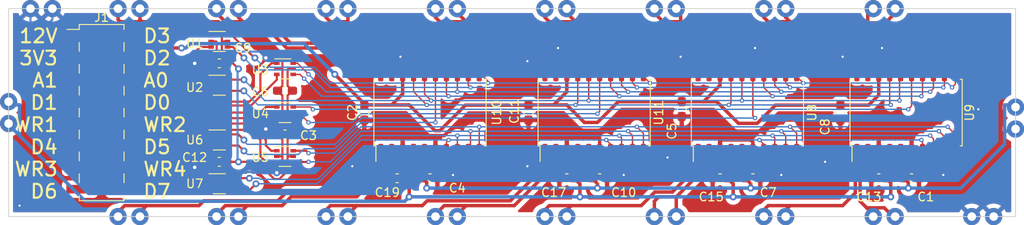
<source format=kicad_pcb>
(kicad_pcb (version 20211014) (generator pcbnew)
  (layers (0 "F.Cu" signal) (31 "B.Cu" signal) (34 "B.Paste" user) (35 "F.Paste" user) (36 "B.SilkS" user "B.Silkscreen") (37 "F.SilkS" user "F.Silkscreen") (38 "B.Mask" user) (39 "F.Mask" user) (44 "Edge.Cuts" user))
  (net 0 "")
  (net 1 "VCC")
  (net 2 "GND")
  (net 3 "Net-(U10-Pad15)")
  (net 4 "Net-(U11-Pad15)")
  (net 5 "Net-(U13-Pad1)")
  (net 6 "Net-(U12-Pad1)")
  (net 7 "Net-(U10-Pad7)")
  (net 8 "Net-(U10-Pad8)")
  (net 9 "Net-(U10-Pad9)")
  (net 10 "Net-(U10-Pad10)")
  (net 11 "Net-(U10-Pad11)")
  (net 12 "Net-(U10-Pad12)")
  (net 13 "Net-(U10-Pad13)")
  (net 14 "Net-(U10-Pad14)")
  (net 15 "Net-(U10-Pad16)")
  (net 16 "Net-(U10-Pad17)")
  (net 17 "Net-(U15-Pad1)")
  (net 18 "Net-(U14-Pad1)")
  (net 19 "Net-(U17-Pad1)")
  (net 20 "Net-(U16-Pad1)")
  (net 21 "Net-(U19-Pad1)")
  (net 22 "Net-(U18-Pad1)")
  (net 23 "Net-(U1-Pad1)")
  (net 24 "Net-(U1-Pad3)")
  (net 25 "Net-(U10-Pad1)")
  (net 26 "Net-(U10-Pad2)")
  (net 27 "Net-(U10-Pad19)")
  (net 28 "Net-(U10-Pad20)")
  (net 29 "Net-(U11-Pad1)")
  (net 30 "Net-(U11-Pad2)")
  (net 31 "Net-(U11-Pad19)")
  (net 32 "Net-(U11-Pad20)")
  (net 33 "Net-(U5-Pad1)")
  (net 34 "Net-(U5-Pad3)")
  (net 35 "Net-(U7-Pad1)")
  (net 36 "Net-(U7-Pad3)")
  (net 37 "/AGND")
  (net 38 "/12V")
  (net 39 "/VREF")
  (net 40 "Net-(U3-Pad1)")
  (net 41 "Net-(U3-Pad3)")
  (net 42 "Net-(J1-Pad5)")
  (net 43 "Net-(J1-Pad6)")
  (net 44 "Net-(J1-Pad9)")
  (net 45 "Net-(J1-Pad10)")
  (net 46 "Net-(J1-Pad13)")
  (net 47 "Net-(J1-Pad14)")
  (net 48 "Net-(U9-Pad15)")
  (net 49 "Net-(U6-Pad6)")
  (footprint "Package_TO_SOT_SMD:SOT-363_SC-70-6" (layer "F.Cu") (at 114.615 90.17)
    (fp_text reference "U2")
    (fp_text value "74AUC2G34")
  )
  (footprint "Capacitor_SMD:C_0603_1608Metric_Pad1.08x0.95mm_HandSolder" (layer "F.Cu") (at 194.945 100.965)
    (fp_text reference "C1")
    (fp_text value "C")
  )
  (footprint "Capacitor_SMD:C_0603_1608Metric_Pad1.08x0.95mm_HandSolder" (layer "F.Cu") (at 122.24 95.885 180)
    (fp_text reference "C3")
    (fp_text value "C")
  )
  (footprint "DAC_QRNG_addon_footprints:Castle" (layer "F.Cu") (at 139.7 105.41)
    (fp_text reference "U24" hide)
    (fp_text value "Castle" hide)
  )
  (footprint "Capacitor_SMD:C_0603_1608Metric_Pad1.08x0.95mm_HandSolder" (layer "F.Cu") (at 191.135 100.965 180)
    (fp_text reference "C13")
    (fp_text value "C")
  )
  (footprint "DAC_QRNG_addon_footprints:Castle" (layer "F.Cu") (at 190.5 81.28)
    (fp_text reference "U15" hide)
    (fp_text value "Castle" hide)
  )
  (footprint "DAC_QRNG_addon_footprints:Castle" (layer "F.Cu") (at 207.01 92.71 -90)
    (fp_text reference "U29" hide)
    (fp_text value "Castle" hide)
  )
  (footprint "Package_SO:SOIC-20W_7.5x12.8mm_P1.27mm" (layer "F.Cu") (at 194.31 93.345 90)
    (fp_text reference "U9")
    (fp_text value "AD7226KR")
  )
  (footprint "Capacitor_SMD:C_0603_1608Metric_Pad1.08x0.95mm_HandSolder" (layer "F.Cu") (at 150.495 93.345 -90)
    (fp_text reference "C11")
    (fp_text value "C")
  )
  (footprint "DAC_QRNG_addon_footprints:Castle" (layer "F.Cu") (at 177.8 81.28)
    (fp_text reference "U14" hide)
    (fp_text value "Castle" hide)
  )
  (footprint "Package_TO_SOT_SMD:SOT-363_SC-70-6" (layer "F.Cu") (at 122.24 88.265)
    (fp_text reference "U3")
    (fp_text value "74AUC2G34")
  )
  (footprint "Package_SO:SOIC-20W_7.5x12.8mm_P1.27mm" (layer "F.Cu") (at 175.895 93.345 90)
    (fp_text reference "U8")
    (fp_text value "AD7226KR")
  )
  (footprint "Package_SO:SOIC-20W_7.5x12.8mm_P1.27mm" (layer "F.Cu") (at 158.115 93.345 90)
    (fp_text reference "U11")
    (fp_text value "AD7226KR")
  )
  (footprint "DAC_QRNG_addon_footprints:Castle" (layer "F.Cu") (at 165.1 105.41)
    (fp_text reference "U16" hide)
    (fp_text value "Castle" hide)
  )
  (footprint "DAC_QRNG_addon_footprints:Castle" (layer "F.Cu") (at 177.8 105.41)
    (fp_text reference "U13" hide)
    (fp_text value "Castle" hide)
  )
  (footprint "DAC_QRNG_addon_footprints:Castle" (layer "F.Cu") (at 114.3 105.41)
    (fp_text reference "U20" hide)
    (fp_text value "Castle" hide)
  )
  (footprint "DAC_QRNG_addon_footprints:Castle" (layer "F.Cu") (at 92.71 81.28)
    (fp_text reference "U31" hide)
    (fp_text value "Castle" hide)
  )
  (footprint "Package_TO_SOT_SMD:SOT-363_SC-70-6" (layer "F.Cu") (at 114.615 101.6)
    (fp_text reference "U7")
    (fp_text value "74AUC2G34")
  )
  (footprint "DAC_QRNG_addon_footprints:Castle" (layer "F.Cu") (at 139.7 81.28)
    (fp_text reference "U27" hide)
    (fp_text value "Castle" hide)
  )
  (footprint "Package_SO:SOIC-20W_7.5x12.8mm_P1.27mm" (layer "F.Cu") (at 139.065 93.345 90)
    (fp_text reference "U10")
    (fp_text value "AD7226KR")
  )
  (footprint "DAC_QRNG_addon_footprints:Castle" (layer "F.Cu") (at 190.5 105.41)
    (fp_text reference "U12" hide)
    (fp_text value "Castle" hide)
  )
  (footprint "DAC_QRNG_addon_footprints:Castle" (layer "F.Cu") (at 102.87 81.28)
    (fp_text reference "U22" hide)
    (fp_text value "Castle" hide)
  )
  (footprint "Capacitor_SMD:C_0603_1608Metric_Pad1.08x0.95mm_HandSolder" (layer "F.Cu") (at 114.615 87.63 180)
    (fp_text reference "C9")
    (fp_text value "C")
  )
  (footprint "Package_TO_SOT_SMD:SOT-363_SC-70-6" (layer "F.Cu") (at 122.24 98.425)
    (fp_text reference "U5")
    (fp_text value "74AUC2G34")
  )
  (footprint "Package_TO_SOT_SMD:SOT-363_SC-70-6" (layer "F.Cu") (at 122.24 93.345)
    (fp_text reference "U4")
    (fp_text value "74AUC2G34")
  )
  (footprint "Connector_PinHeader_2.54mm:PinHeader_2x08_P2.54mm_Vertical_SMD" (layer "F.Cu") (at 100.965 93.345)
    (fp_text reference "J1")
    (fp_text value "Conn_02x08_Odd_Even")
  )
  (footprint "Capacitor_SMD:C_0603_1608Metric_Pad1.08x0.95mm_HandSolder" (layer "F.Cu") (at 139.065 100.965)
    (fp_text reference "C4")
    (fp_text value "C")
  )
  (footprint "Capacitor_SMD:C_0603_1608Metric_Pad1.08x0.95mm_HandSolder" (layer "F.Cu") (at 114.615 99.06 180)
    (fp_text reference "C12")
    (fp_text value "C")
  )
  (footprint "Capacitor_SMD:C_0603_1608Metric_Pad1.08x0.95mm_HandSolder" (layer "F.Cu") (at 168.275 92.9375 -90)
    (fp_text reference "C5")
    (fp_text value "C")
  )
  (footprint "DAC_QRNG_addon_footprints:Castle" (layer "F.Cu") (at 102.87 105.41)
    (fp_text reference "U21" hide)
    (fp_text value "Castle" hide)
  )
  (footprint "Package_TO_SOT_SMD:SOT-363_SC-70-6" (layer "F.Cu") (at 114.615 96.52)
    (fp_text reference "U6")
    (fp_text value "74AUC2G34")
  )
  (footprint "Capacitor_SMD:C_0603_1608Metric_Pad1.08x0.95mm_HandSolder" (layer "F.Cu") (at 186.69 93.345 -90)
    (fp_text reference "C8")
    (fp_text value "C")
  )
  (footprint "Capacitor_SMD:C_0603_1608Metric_Pad1.08x0.95mm_HandSolder" (layer "F.Cu") (at 172.72 100.965 180)
    (fp_text reference "C15")
    (fp_text value "C")
  )
  (footprint "DAC_QRNG_addon_footprints:Castle" (layer "F.Cu") (at 152.4 81.28)
    (fp_text reference "U18" hide)
    (fp_text value "Castle" hide)
  )
  (footprint "DAC_QRNG_addon_footprints:Castle" (layer "F.Cu") (at 127 105.41)
    (fp_text reference "U25" hide)
    (fp_text value "Castle" hide)
  )
  (footprint "DAC_QRNG_addon_footprints:Castle" (layer "F.Cu") (at 90.17 92.075 -90)
    (fp_text reference "U28" hide)
    (fp_text value "Castle" hide)
  )
  (footprint "DAC_QRNG_addon_footprints:Castle" (layer "F.Cu") (at 114.3 81.28)
    (fp_text reference "U23" hide)
    (fp_text value "Castle" hide)
  )
  (footprint "Capacitor_SMD:C_0603_1608Metric_Pad1.08x0.95mm_HandSolder" (layer "F.Cu") (at 176.53 100.965)
    (fp_text reference "C7")
    (fp_text value "C")
  )
  (footprint "DAC_QRNG_addon_footprints:Castle" (layer "F.Cu") (at 201.93 105.41)
    (fp_text reference "U30" hide)
    (fp_text value "Castle" hide)
  )
  (footprint "Capacitor_SMD:C_0603_1608Metric_Pad1.08x0.95mm_HandSolder" (layer "F.Cu") (at 122.24 90.805 180)
    (fp_text reference "C6")
    (fp_text value "C")
  )
  (footprint "Capacitor_SMD:C_0603_1608Metric_Pad1.08x0.95mm_HandSolder" (layer "F.Cu") (at 135.255 100.965 180)
    (fp_text reference "C19")
    (fp_text value "C")
  )
  (footprint "Package_TO_SOT_SMD:SOT-363_SC-70-6" (layer "F.Cu") (at 114.615 85.09)
    (fp_text reference "U1")
    (fp_text value "74AUC2G34")
  )
  (footprint "DAC_QRNG_addon_footprints:Castle" (layer "F.Cu") (at 127 81.28)
    (fp_text reference "U26" hide)
    (fp_text value "Castle" hide)
  )
  (footprint "Capacitor_SMD:C_0603_1608Metric_Pad1.08x0.95mm_HandSolder" (layer "F.Cu") (at 131.445 93.345 -90)
    (fp_text reference "C2")
    (fp_text value "C")
  )
  (footprint "Capacitor_SMD:C_0603_1608Metric_Pad1.08x0.95mm_HandSolder" (layer "F.Cu") (at 158.75 100.965)
    (fp_text reference "C10")
    (fp_text value "C")
  )
  (footprint "DAC_QRNG_addon_footprints:Castle" (layer "F.Cu") (at 152.4 105.41)
    (fp_text reference "U17" hide)
    (fp_text value "Castle" hide)
  )
  (footprint "Capacitor_SMD:C_0603_1608Metric_Pad1.08x0.95mm_HandSolder" (layer "F.Cu") (at 154.94 100.965 180)
    (fp_text reference "C17")
    (fp_text value "C")
  )
  (footprint "DAC_QRNG_addon_footprints:Castle" (layer "F.Cu") (at 165.1 81.28)
    (fp_text reference "U19" hide)
    (fp_text value "Castle" hide)
  )
  (gr_rect (start 90.17 105.41) (end 207.01 81.28) (layer "Edge.Cuts") (width 0.1) (fill none))
  (gr_text "D3\nD2\nA0\nD0\nWR2\nD5\nWR4\nD7" (at 105.664 93.472) (layer "F.SilkS") (effects (font (size 1.6 1.6) (thickness 0.25)) (justify left)))
  (gr_text "12V\n3V3\nA1\nD1\nWR1\nD4\nWR3\nD6" (at 96.012 93.472) (layer "F.SilkS") (effects (font (size 1.6 1.6) (thickness 0.25)) (justify right)))
  (segment (start 122.540489 88.339511) (end 122.540489 90.242989) (width 0.25) (layer "F.Cu") (net 1))
  (segment (start 122.540489 98.499511) (end 122.615 98.425) (width 0.25) (layer "F.Cu") (net 1))
  (segment (start 122.540489 98.350489) (end 122.540489 96.447011) (width 0.25) (layer "F.Cu") (net 1))
  (segment (start 122.540489 91.367011) (end 123.1025 90.805) (width 0.25) (layer "F.Cu") (net 1))
  (segment (start 122.615 88.265) (end 122.540489 88.339511) (width 0.25) (layer "F.Cu") (net 1))
  (segment (start 122.540489 100.099125) (end 122.540489 98.499511) (width 0.25) (layer "F.Cu") (net 1))
  (segment (start 96.540489 83.630489) (end 114.090978 83.630489) (width 0.25) (layer "F.Cu") (net 1))
  (segment (start 115.565 85.09) (end 114.99 85.09) (width 0.25) (layer "F.Cu") (net 1))
  (segment (start 114.915489 85.015489) (end 114.99 85.09) (width 0.25) (layer "F.Cu") (net 1))
  (segment (start 122.540489 93.419511) (end 122.540489 95.322989) (width 0.25) (layer "F.Cu") (net 1))
  (segment (start 122.615 98.425) (end 123.19 98.425) (width 0.25) (layer "F.Cu") (net 1))
  (segment (start 123.19 93.345) (end 122.615 93.345) (width 0.25) (layer "F.Cu") (net 1))
  (segment (start 122.540489 96.447011) (end 123.1025 95.885) (width 0.25) (layer "F.Cu") (net 1))
  (segment (start 114.915489 85.164511) (end 114.915489 87.067989) (width 0.25) (layer "F.Cu") (net 1))
  (segment (start 114.99 96.52) (end 114.764031 96.745969) (width 0.25) (layer "F.Cu") (net 1))
  (segment (start 115.4775 87.63) (end 116.205 87.63) (width 0.25) (layer "F.Cu") (net 1))
  (segment (start 122.615 93.345) (end 122.540489 93.419511) (width 0.25) (layer "F.Cu") (net 1))
  (segment (start 114.915489 90.095489) (end 114.915489 88.192011) (width 0.25) (layer "F.Cu") (net 1))
  (segment (start 98.44 86.995) (end 96.540489 85.095489) (width 0.25) (layer "F.Cu") (net 1))
  (segment (start 115.565 90.17) (end 114.99 90.17) (width 0.25) (layer "F.Cu") (net 1))
  (segment (start 115.565 96.52) (end 114.99 96.52) (width 0.25) (layer "F.Cu") (net 1))
  (segment (start 114.915489 87.067989) (end 115.4775 87.63) (width 0.25) (layer "F.Cu") (net 1))
  (segment (start 114.99 90.17) (end 114.915489 90.095489) (width 0.25) (layer "F.Cu") (net 1))
  (segment (start 122.615 93.345) (end 122.540489 93.270489) (width 0.25) (layer "F.Cu") (net 1))
  (segment (start 114.915489 84.455) (end 114.915489 85.015489) (width 0.25) (layer "F.Cu") (net 1))
  (segment (start 114.915489 88.192011) (end 115.4775 87.63) (width 0.25) (layer "F.Cu") (net 1))
  (segment (start 114.090978 83.630489) (end 114.915489 84.455) (width 0.25) (layer "F.Cu") (net 1))
  (segment (start 122.540489 93.270489) (end 122.540489 91.367011) (width 0.25) (layer "F.Cu") (net 1))
  (segment (start 114.915489 101.525489) (end 114.915489 99.622011) (width 0.25) (layer "F.Cu") (net 1))
  (segment (start 121.585103 101.054511) (end 122.540489 100.099125) (width 0.25) (layer "F.Cu") (net 1))
  (segment (start 123.19 88.265) (end 122.615 88.265) (width 0.25) (layer "F.Cu") (net 1))
  (segment (start 122.615 98.425) (end 122.540489 98.350489) (width 0.25) (layer "F.Cu") (net 1))
  (segment (start 118.990386 99.06) (end 120.984897 101.054511) (width 0.25) (layer "F.Cu") (net 1))
  (segment (start 114.764031 98.346531) (end 115.4775 99.06) (width 0.25) (layer "F.Cu") (net 1))
  (segment (start 114.99 101.6) (end 114.915489 101.525489) (width 0.25) (layer "F.Cu") (net 1))
  (segment (start 122.540489 90.242989) (end 123.1025 90.805) (width 0.25) (layer "F.Cu") (net 1))
  (segment (start 114.915489 99.622011) (end 115.4775 99.06) (width 0.25) (layer "F.Cu") (net 1))
  (segment (start 122.540489 95.322989) (end 123.1025 95.885) (width 0.25) (layer "F.Cu") (net 1))
  (segment (start 115.565 101.6) (end 114.99 101.6) (width 0.25) (layer "F.Cu") (net 1))
  (segment (start 114.764031 96.745969) (end 114.764031 98.346531) (width 0.25) (layer "F.Cu") (net 1))
  (segment (start 114.99 85.09) (end 114.915489 85.164511) (width 0.25) (layer "F.Cu") (net 1))
  (segment (start 115.4775 99.06) (end 118.990386 99.06) (width 0.25) (layer "F.Cu") (net 1))
  (segment (start 96.540489 85.095489) (end 96.540489 83.630489) (width 0.25) (layer "F.Cu") (net 1))
  (segment (start 116.205 87.63) (end 116.84 88.265) (width 0.25) (layer "F.Cu") (net 1))
  (segment (start 120.984897 101.054511) (end 121.585103 101.054511) (width 0.25) (layer "F.Cu") (net 1))
  (via (at 116.84 99.06) (size 0.8) (drill 0.4) (layers "F.Cu" "B.Cu") (net 1))
  (via (at 116.84 88.265) (size 0.8) (drill 0.4) (layers "F.Cu" "B.Cu") (net 1))
  (segment (start 116.735489 98.955489) (end 116.84 99.06) (width 0.25) (layer "B.Cu") (net 1))
  (segment (start 116.735489 88.369511) (end 116.735489 98.955489) (width 0.25) (layer "B.Cu") (net 1))
  (segment (start 116.84 88.265) (end 116.735489 88.369511) (width 0.25) (layer "B.Cu") (net 1))
  (segment (start 191.135 97.995) (end 191.135 96.139) (width 0.4) (layer "F.Cu") (net 2))
  (segment (start 135.89 99.4675) (end 134.3925 100.965) (width 0.4) (layer "F.Cu") (net 2))
  (segment (start 158.75 96.266) (end 158.496 96.012) (width 0.4) (layer "F.Cu") (net 2))
  (segment (start 121.865 93.345) (end 121.939511 93.419511) (width 0.25) (layer "F.Cu") (net 2))
  (segment (start 121.29 98.425) (end 121.865 98.425) (width 0.25) (layer "F.Cu") (net 2))
  (segment (start 121.285 100.33) (end 121.939511 99.675489) (width 0.25) (layer "F.Cu") (net 2))
  (segment (start 136.144 96.012) (end 139.7 96.012) (width 0.4) (layer "F.Cu") (net 2))
  (segment (start 158.75 97.995) (end 158.75 100.1025) (width 0.4) (layer "F.Cu") (net 2))
  (segment (start 170 93.8) (end 168.275 93.8) (width 0.4) (layer "F.Cu") (net 2))
  (segment (start 139.7 97.995) (end 139.7 100.7375) (width 0.4) (layer "F.Cu") (net 2))
  (segment (start 191.135 96.139) (end 189.2035 94.2075) (width 0.4) (layer "F.Cu") (net 2))
  (segment (start 112.395 99.06) (end 111.76 99.695) (width 0.25) (layer "F.Cu") (net 2))
  (segment (start 189.2035 94.2075) (end 186.69 94.2075) (width 0.4) (layer "F.Cu") (net 2))
  (segment (start 152.6275 94.2075) (end 150.495 94.2075) (width 0.4) (layer "F.Cu") (net 2))
  (segment (start 191.262 96.012) (end 191.135 96.139) (width 0.4) (layer "F.Cu") (net 2))
  (segment (start 114.314511 99.622011) (end 113.7525 99.06) (width 0.25) (layer "F.Cu") (net 2))
  (segment (start 121.939511 88.339511) (end 121.939511 90.242989) (width 0.25) (layer "F.Cu") (net 2))
  (segment (start 172.72 97.995) (end 172.72 100.1025) (width 0.4) (layer "F.Cu") (net 2))
  (segment (start 172.72 100.1025) (end 171.8575 100.965) (width 0.4) (layer "F.Cu") (net 2))
  (segment (start 154.94 100.1025) (end 154.0775 100.965) (width 0.4) (layer "F.Cu") (net 2))
  (segment (start 121.29 88.265) (end 121.865 88.265) (width 0.25) (layer "F.Cu") (net 2))
  (segment (start 194.945 96.393) (end 194.564 96.012) (width 0.4) (layer "F.Cu") (net 2))
  (segment (start 194.945 97.995) (end 194.945 96.393) (width 0.4) (layer "F.Cu") (net 2))
  (segment (start 135.89 97.995) (end 135.89 99.4675) (width 0.4) (layer "F.Cu") (net 2))
  (segment (start 135.89 97.995) (end 135.89 95.758) (width 0.4) (layer "F.Cu") (net 2))
  (segment (start 176.53 97.995) (end 176.53 96.774) (width 0.4) (layer "F.Cu") (net 2))
  (segment (start 114.314511 88.192011) (end 113.7525 87.63) (width 0.25) (layer "F.Cu") (net 2))
  (segment (start 158.496 96.012) (end 160.708 93.8) (width 0.4) (layer "F.Cu") (net 2))
  (segment (start 121.939511 87.090489) (end 121.939511 88.190489) (width 0.25) (layer "F.Cu") (net 2))
  (segment (start 120.65 95.885) (end 120.015 95.25) (width 0.25) (layer "F.Cu") (net 2))
  (segment (start 154.94 97.995) (end 154.94 96.52) (width 0.4) (layer "F.Cu") (net 2))
  (segment (start 134.3395 94.2075) (end 131.445 94.2075) (width 0.4) (layer "F.Cu") (net 2))
  (segment (start 114.314511 85.164511) (end 114.314511 87.067989) (width 0.25) (layer "F.Cu") (net 2))
  (segment (start 114.3 90.17) (end 114.314511 90.155489) (width 0.25) (layer "F.Cu") (net 2))
  (segment (start 158.75 97.995) (end 158.75 96.266) (width 0.4) (layer "F.Cu") (net 2))
  (segment (start 176.276 96.52) (end 178.5885 94.2075) (width 0.4) (layer "F.Cu") (net 2))
  (segment (start 113.7525 99.06) (end 112.395 99.06) (width 0.25) (layer "F.Cu") (net 2))
  (segment (start 114.314511 98.497989) (end 113.7525 99.06) (width 0.25) (layer "F.Cu") (net 2))
  (segment (start 114.314511 101.525489) (end 114.314511 99.622011) (width 0.25) (layer "F.Cu") (net 2))
  (segment (start 194.945 97.995) (end 194.945 100.1025) (width 0.4) (layer "F.Cu") (net 2))
  (segment (start 121.939511 98.499511) (end 121.865 98.425) (width 0.25) (layer "F.Cu") (net 2))
  (segment (start 113.665 85.09) (end 114.24 85.09) (width 0.25) (layer "F.Cu") (net 2))
  (segment (start 191.135 97.995) (end 191.135 100.1025) (width 0.4) (layer "F.Cu") (net 2))
  (segment (start 121.939511 98.350489) (end 121.939511 96.447011) (width 0.25) (layer "F.Cu") (net 2))
  (segment (start 191.135 100.1025) (end 190.2725 100.965) (width 0.4) (layer "F.Cu") (net 2))
  (segment (start 121.29 93.345) (end 121.865 93.345) (width 0.25) (layer "F.Cu") (net 2))
  (segment (start 176.53 96.774) (end 176.276 96.52) (width 0.4) (layer "F.Cu") (net 2))
  (segment (start 121.939511 93.270489) (end 121.939511 91.367011) (width 0.25) (layer "F.Cu") (net 2))
  (segment (start 121.939511 95.322989) (end 121.3775 95.885) (width 0.25) (layer "F.Cu") (net 2))
  (segment (start 114.24 96.52) (end 114.314511 96.594511) (width 0.25) (layer "F.Cu") (net 2))
  (segment (start 154.94 96.52) (end 152.6275 94.2075) (width 0.4) (layer "F.Cu") (net 2))
  (segment (start 155.448 96.012) (end 154.94 96.52) (width 0.4) (layer "F.Cu") (net 2))
  (segment (start 135.89 95.758) (end 134.3395 94.2075) (width 0.4) (layer "F.Cu") (net 2))
  (segment (start 158.496 96.012) (end 155.448 96.012) (width 0.4) (layer "F.Cu") (net 2))
  (segment (start 139.7 96.012) (end 140.716 96.012) (width 0.4) (layer "F.Cu") (net 2))
  (segment (start 113.665 101.6) (end 114.24 101.6) (width 0.25) (layer "F.Cu") (net 2))
  (segment (start 121.865 98.425) (end 121.939511 98.350489) (width 0.25) (layer "F.Cu") (net 2))
  (segment (start 113.665 96.52) (end 114.24 96.52) (width 0.25) (layer "F.Cu") (net 2))
  (segment (start 121.939511 96.447011) (end 121.3775 95.885) (width 0.25) (layer "F.Cu") (net 2))
  (segment (start 121.939511 93.419511) (end 121.939511 95.322989) (width 0.25) (layer "F.Cu") (net 2))
  (segment (start 121.939511 90.242989) (end 121.3775 90.805) (width 0.25) (layer "F.Cu") (net 2))
  (segment (start 121.939511 99.675489) (end 121.939511 98.499511) (width 0.25) (layer "F.Cu") (net 2))
  (segment (start 114.314511 90.155489) (end 114.314511 88.192011) (width 0.25) (layer "F.Cu") (net 2))
  (segment (start 114.314511 96.594511) (end 114.314511 98.497989) (width 0.25) (layer "F.Cu") (net 2))
  (segment (start 121.865 88.265) (end 121.939511 88.339511) (width 0.25) (layer "F.Cu") (net 2))
  (segment (start 111.76 87.63) (end 113.7525 87.63) (width 0.25) (layer "F.Cu") (net 2))
  (segment (start 176.53 100.1025) (end 177.3925 100.965) (width 0.4) (layer "F.Cu") (net 2))
  (segment (start 172.72 97.995) (end 172.72 96.52) (width 0.4) (layer "F.Cu") (net 2))
  (segment (start 121.939511 91.367011) (end 121.3775 90.805) (width 0.25) (layer "F.Cu") (net 2))
  (segment (start 139.7 100.7375) (end 139.9275 100.965) (width 0.4) (layer "F.Cu") (net 2))
  (segment (start 172.72 96.52) (end 170 93.8) (width 0.4) (layer "F.Cu") (net 2))
  (segment (start 120.015 86.995) (end 121.844022 86.995) (width 0.25) (layer "F.Cu") (net 2))
  (segment (start 121.3775 95.885) (end 120.65 95.885) (width 0.25) (layer "F.Cu") (net 2))
  (segment (start 194.945 100.1025) (end 195.8075 100.965) (width 0.4) (layer "F.Cu") (net 2))
  (segment (start 160.708 93.8) (end 168.275 93.8) (width 0.4) (layer "F.Cu") (net 2))
  (segment (start 121.865 93.345) (end 121.939511 93.270489) (width 0.25) (layer "F.Cu") (net 2))
  (segment (start 140.716 96.012) (end 142.5205 94.2075) (width 0.4) (layer "F.Cu") (net 2))
  (segment (start 154.94 97.995) (end 154.94 100.1025) (width 0.4) (layer "F.Cu") (net 2))
  (segment (start 142.5205 94.2075) (end 150.495 94.2075) (width 0.4) (layer "F.Cu") (net 2))
  (segment (start 158.75 100.1025) (end 159.6125 100.965) (width 0.4) (layer "F.Cu") (net 2))
  (segment (start 113.665 90.17) (end 114.3 90.17) (width 0.25) (layer "F.Cu") (net 2))
  (segment (start 121.844022 86.995) (end 121.939511 87.090489) (width 0.25) (layer "F.Cu") (net 2))
  (segment (start 114.24 85.09) (end 114.314511 85.164511) (width 0.25) (layer "F.Cu") (net 2))
  (segment (start 135.89 95.758) (end 136.144 96.012) (width 0.4) (layer "F.Cu") (net 2))
  (segment (start 114.24 101.6) (end 114.314511 101.525489) (width 0.25) (layer "F.Cu") (net 2))
  (segment (start 114.314511 87.067989) (end 113.7525 87.63) (width 0.25) (layer "F.Cu") (net 2))
  (segment (start 121.939511 88.190489) (end 121.865 88.265) (width 0.25) (layer "F.Cu") (net 2))
  (segment (start 176.53 97.995) (end 176.53 100.1025) (width 0.4) (layer "F.Cu") (net 2))
  (segment (start 176.276 96.52) (end 172.72 96.52) (width 0.4) (layer "F.Cu") (net 2))
  (segment (start 139.7 96.012) (end 139.7 97.995) (width 0.4) (layer "F.Cu") (net 2))
  (segment (start 194.564 96.012) (end 191.262 96.012) (width 0.4) (layer "F.Cu") (net 2))
  (segment (start 178.5885 94.2075) (end 186.69 94.2075) (width 0.4) (layer "F.Cu") (net 2))
  (via (at 130.048 99.568) (size 0.508) (drill 0.254) (layers "F.Cu" "B.Cu") (net 2))
  (via (at 91.44 104.14) (size 0.508) (drill 0.254) (layers "F.Cu" "B.Cu") (net 2))
  (via (at 202.692 92.964) (size 0.508) (drill 0.254) (layers "F.Cu" "B.Cu") (net 2))
  (via (at 150.368 87.376) (size 0.508) (drill 0.254) (layers "F.Cu" "B.Cu") (net 2))
  (via (at 184.912 99.06) (size 0.508) (drill 0.254) (layers "F.Cu" "B.Cu") (net 2))
  (via (at 179.832 100.584) (size 0.508) (drill 0.254) (layers "F.Cu" "B.Cu") (net 2))
  (via (at 120.015 86.995) (size 0.8) (drill 0.4) (layers "F.Cu" "B.Cu") (net 2))
  (via (at 161.544 100.584) (size 0.508) (drill 0.254) (layers "F.Cu" "B.Cu") (net 2))
  (via (at 176.784 85.852) (size 0.508) (drill 0.254) (layers "F.Cu" "B.Cu") (net 2))
  (via (at 166.624 98.552) (size 0.508) (drill 0.254) (layers "F.Cu" "B.Cu") (net 2))
  (via (at 141.732 100.584) (size 0.508) (drill 0.254) (layers "F.Cu" "B.Cu") (net 2))
  (via (at 186.944 86.868) (size 0.508) (drill 0.254) (layers "F.Cu" "B.Cu") (net 2))
  (via (at 111.76 87.63) (size 0.8) (drill 0.4) (layers "F.Cu" "B.Cu") (net 2))
  (via (at 111.76 99.695) (size 0.8) (drill 0.4) (layers "F.Cu" "B.Cu") (net 2))
  (via (at 120.015 95.25) (size 0.8) (drill 0.4) (layers "F.Cu" "B.Cu") (net 2))
  (via (at 198.628 100.584) (size 0.508) (drill 0.254) (layers "F.Cu" "B.Cu") (net 2))
  (via (at 191.516 85.852) (size 0.508) (drill 0.254) (layers "F.Cu" "B.Cu") (net 2))
  (via (at 168.148 86.868) (size 0.508) (drill 0.254) (layers "F.Cu" "B.Cu") (net 2))
  (via (at 121.285 100.33) (size 0.8) (drill 0.4) (layers "F.Cu" "B.Cu") (net 2))
  (via (at 135.636 86.868) (size 0.508) (drill 0.254) (layers "F.Cu" "B.Cu") (net 2))
  (via (at 150.368 99.568) (size 0.508) (drill 0.254) (layers "F.Cu" "B.Cu") (net 2))
  (via (at 153.924 85.852) (size 0.508) (drill 0.254) (layers "F.Cu" "B.Cu") (net 2))
  (segment (start 118.499614 100.33) (end 118.410103 100.240489) (width 0.25) (layer "B.Cu") (net 2))
  (segment (start 93.345 87.63) (end 92.71 86.995) (width 0.25) (layer "B.Cu") (net 2))
  (segment (start 119.290489 86.270489) (end 113.119511 86.270489) (width 0.25) (layer "B.Cu") (net 2))
  (segment (start 117.809897 100.240489) (end 117.720386 100.33) (width 0.25) (layer "B.Cu") (net 2))
  (segment (start 94.615 83.185) (end 95.25 82.55) (width 0.25) (layer "B.Cu") (net 2))
  (segment (start 92.71 86.995) (end 92.71 83.185) (width 0.25) (layer "B.Cu") (net 2))
  (segment (start 121.285 100.33) (end 118.499614 100.33) (width 0.25) (layer "B.Cu") (net 2))
  (segment (start 92.71 83.185) (end 92.71 81.40502) (width 0.25) (layer "B.Cu") (net 2))
  (segment (start 111.76 99.695) (end 111.76 87.63) (width 0.25) (layer "B.Cu") (net 2))
  (segment (start 117.720386 100.33) (end 112.395 100.33) (width 0.25) (layer "B.Cu") (net 2))
  (segment (start 120.015 86.995) (end 119.290489 86.270489) (width 0.25) (layer "B.Cu") (net 2))
  (segment (start 111.76 87.63) (end 93.345 87.63) (width 0.25) (layer "B.Cu") (net 2))
  (segment (start 112.395 100.33) (end 111.76 99.695) (width 0.25) (layer "B.Cu") (net 2))
  (segment (start 113.119511 86.270489) (end 111.76 87.63) (width 0.25) (layer "B.Cu") (net 2))
  (segment (start 118.410103 100.240489) (end 117.809897 100.240489) (width 0.25) (layer "B.Cu") (net 2))
  (segment (start 92.71 83.185) (end 94.615 83.185) (width 0.25) (layer "B.Cu") (net 2))
  (segment (start 95.25 82.55) (end 95.25 81.40502) (width 0.25) (layer "B.Cu") (net 2))
  (segment (start 115.565 97.17) (end 116.855 97.17) (width 0.25) (layer "F.Cu") (net 3))
  (segment (start 116.855 97.17) (end 117.475 97.79) (width 0.25) (layer "F.Cu") (net 3))
  (segment (start 139.7 88.695) (end 139.7 94.488) (width 0.16) (layer "F.Cu") (net 3))
  (via (at 139.7 94.488) (size 0.508) (drill 0.254) (layers "F.Cu" "B.Cu") (net 3))
  (via (at 117.475 97.79) (size 0.8) (drill 0.4) (layers "F.Cu" "B.Cu") (net 3))
  (segment (start 117.475 97.79) (end 117.885 98.2) (width 0.16) (layer "B.Cu") (net 3))
  (segment (start 123.796 98.2) (end 124.46 97.536) (width 0.16) (layer "B.Cu") (net 3))
  (segment (start 139.7 94.488) (end 131.064 94.488) (width 0.16) (layer "B.Cu") (net 3))
  (segment (start 128.016 97.536) (end 131.064 94.488) (width 0.16) (layer "B.Cu") (net 3))
  (segment (start 117.885 98.2) (end 123.796 98.2) (width 0.16) (layer "B.Cu") (net 3))
  (segment (start 124.46 97.536) (end 128.016 97.536) (width 0.16) (layer "B.Cu") (net 3))
  (segment (start 158.75 88.695) (end 158.75 93.218) (width 0.16) (layer "F.Cu") (net 4))
  (segment (start 158.75 93.218) (end 158.496 93.472) (width 0.16) (layer "F.Cu") (net 4))
  (segment (start 124.475 93.995) (end 124.968 94.488) (width 0.16) (layer "F.Cu") (net 4))
  (segment (start 123.19 93.995) (end 124.475 93.995) (width 0.16) (layer "F.Cu") (net 4))
  (via (at 124.968 94.488) (size 0.508) (drill 0.254) (layers "F.Cu" "B.Cu") (net 4))
  (via (at 158.496 93.472) (size 0.508) (drill 0.254) (layers "F.Cu" "B.Cu") (net 4))
  (segment (start 131.064 93.472) (end 146.812 93.472) (width 0.16) (layer "B.Cu") (net 4))
  (segment (start 158.496 93.472) (end 146.812 93.472) (width 0.16) (layer "B.Cu") (net 4))
  (segment (start 130.048 94.488) (end 131.064 93.472) (width 0.16) (layer "B.Cu") (net 4))
  (segment (start 124.968 94.488) (end 130.048 94.488) (width 0.16) (layer "B.Cu") (net 4))
  (segment (start 188.595 97.995) (end 188.595 99.441) (width 0.4) (layer "F.Cu") (net 5))
  (segment (start 188.41648 102.66752) (end 186.944 104.14) (width 0.4) (layer "F.Cu") (net 5))
  (segment (start 178.308 104.14) (end 177.8 104.648) (width 0.4) (layer "F.Cu") (net 5))
  (segment (start 177.8 104.648) (end 177.8 105.20998) (width 0.4) (layer "F.Cu") (net 5))
  (segment (start 188.595 99.441) (end 188.41648 99.61952) (width 0.4) (layer "F.Cu") (net 5))
  (segment (start 180.848 104.14) (end 178.308 104.14) (width 0.4) (layer "F.Cu") (net 5))
  (segment (start 186.944 104.14) (end 180.848 104.14) (width 0.4) (layer "F.Cu") (net 5))
  (segment (start 188.41648 99.61952) (end 188.41648 102.66752) (width 0.4) (layer "F.Cu") (net 5))
  (segment (start 180.848 104.14) (end 180.34 104.648) (width 0.4) (layer "F.Cu") (net 5))
  (segment (start 180.34 104.648) (end 180.34 105.20998) (width 0.4) (layer "F.Cu") (net 5))
  (segment (start 189.865 99.187) (end 188.976 100.076) (width 0.4) (layer "F.Cu") (net 6))
  (segment (start 189.738 104.394) (end 191.77 104.394) (width 0.4) (layer "F.Cu") (net 6))
  (segment (start 192.58598 105.20998) (end 193.04 105.20998) (width 0.4) (layer "F.Cu") (net 6))
  (segment (start 189.865 97.995) (end 189.865 99.187) (width 0.4) (layer "F.Cu") (net 6))
  (segment (start 188.976 100.076) (end 188.976 103.632) (width 0.4) (layer "F.Cu") (net 6))
  (segment (start 191.77 104.394) (end 192.58598 105.20998) (width 0.4) (layer "F.Cu") (net 6))
  (segment (start 190.5 105.156) (end 190.5 105.20998) (width 0.4) (layer "F.Cu") (net 6))
  (segment (start 189.738 104.394) (end 190.5 105.156) (width 0.4) (layer "F.Cu") (net 6))
  (segment (start 188.976 103.632) (end 189.738 104.394) (width 0.4) (layer "F.Cu") (net 6))
  (segment (start 177.8 97.995) (end 177.8 97.028) (width 0.16) (layer "F.Cu") (net 7))
  (segment (start 196.215 96.647) (end 196.088 96.52) (width 0.16) (layer "F.Cu") (net 7))
  (segment (start 196.215 97.995) (end 196.215 96.647) (width 0.16) (layer "F.Cu") (net 7))
  (segment (start 160.02 97.028) (end 159.512 96.52) (width 0.16) (layer "F.Cu") (net 7))
  (segment (start 140.97 97.995) (end 140.97 96.774) (width 0.16) (layer "F.Cu") (net 7))
  (segment (start 118.7405 101.6045) (end 118.872 101.6045) (width 0.25) (layer "F.Cu") (net 7))
  (segment (start 140.97 96.774) (end 141.224 96.52) (width 0.16) (layer "F.Cu") (net 7))
  (segment (start 115.565 102.25) (end 118.2265 102.25) (width 0.25) (layer "F.Cu") (net 7))
  (segment (start 118.2265 102.25) (end 118.872 101.6045) (width 0.25) (layer "F.Cu") (net 7))
  (segment (start 160.02 97.995) (end 160.02 97.028) (width 0.16) (layer "F.Cu") (net 7))
  (segment (start 177.8 97.028) (end 177.292 96.52) (width 0.16) (layer "F.Cu") (net 7))
  (via (at 177.292 96.52) (size 0.508) (drill 0.254) (layers "F.Cu" "B.Cu") (net 7))
  (via (at 196.088 96.52) (size 0.508) (drill 0.254) (layers "F.Cu" "B.Cu") (net 7))
  (via (at 141.224 96.52) (size 0.508) (drill 0.254) (layers "F.Cu" "B.Cu") (net 7))
  (via (at 118.872 101.6045) (size 0.8) (drill 0.4) (layers "F.Cu" "B.Cu") (net 7))
  (via (at 159.512 96.52) (size 0.508) (drill 0.254) (layers "F.Cu" "B.Cu") (net 7))
  (segment (start 118.8765 101.6) (end 125.984 101.6) (width 0.16) (layer "B.Cu") (net 7))
  (segment (start 177.292 96.52) (end 192.532 96.52) (width 0.16) (layer "B.Cu") (net 7))
  (segment (start 125.984 101.6) (end 131.064 96.52) (width 0.16) (layer "B.Cu") (net 7))
  (segment (start 196.088 96.52) (end 192.532 96.52) (width 0.16) (layer "B.Cu") (net 7))
  (segment (start 118.872 101.6045) (end 118.7405 101.6045) (width 0.25) (layer "B.Cu") (net 7))
  (segment (start 118.872 101.6045) (end 118.8765 101.6) (width 0.16) (layer "B.Cu") (net 7))
  (segment (start 131.064 96.52) (end 177.292 96.52) (width 0.16) (layer "B.Cu") (net 7))
  (segment (start 142.24 97.995) (end 142.24 96.012) (width 0.16) (layer "F.Cu") (net 8))
  (segment (start 197.485 97.995) (end 197.485 96.393) (width 0.16) (layer "F.Cu") (net 8))
  (segment (start 161.29 96.266) (end 161.036 96.012) (width 0.16) (layer "F.Cu") (net 8))
  (segment (start 115.565 100.95) (end 118.095 100.95) (width 0.25) (layer "F.Cu") (net 8))
  (segment (start 118.095 100.95) (end 118.11 100.965) (width 0.25) (layer "F.Cu") (net 8))
  (segment (start 179.07 96.266) (end 178.816 96.012) (width 0.16) (layer "F.Cu") (net 8))
  (segment (start 179.07 97.995) (end 179.07 96.266) (width 0.16) (layer "F.Cu") (net 8))
  (segment (start 161.29 97.995) (end 161.29 96.266) (width 0.16) (layer "F.Cu") (net 8))
  (segment (start 197.485 96.393) (end 197.104 96.012) (width 0.16) (layer "F.Cu") (net 8))
  (via (at 118.11 100.965) (size 0.8) (drill 0.4) (layers "F.Cu" "B.Cu") (net 8))
  (via (at 178.816 96.012) (size 0.508) (drill 0.254) (layers "F.Cu" "B.Cu") (net 8))
  (via (at 161.036 96.012) (size 0.508) (drill 0.254) (layers "F.Cu" "B.Cu") (net 8))
  (via (at 197.104 96.012) (size 0.508) (drill 0.254) (layers "F.Cu" "B.Cu") (net 8))
  (via (at 142.24 96.012) (size 0.508) (drill 0.254) (layers "F.Cu" "B.Cu") (net 8))
  (segment (start 118.199511 101.054511) (end 118.11 100.965) (width 0.25) (layer "B.Cu") (net 8))
  (segment (start 197.104 96.012) (end 131.064 96.012) (width 0.16) (layer "B.Cu") (net 8))
  (segment (start 131.064 96.06813) (end 126.04013 101.092) (width 0.16) (layer "B.Cu") (net 8))
  (segment (start 131.064 96.012) (end 131.064 96.06813) (width 0.16) (layer "B.Cu") (net 8))
  (segment (start 119.253 100.965) (end 118.11 100.965) (width 0.16) (layer "B.Cu") (net 8))
  (segment (start 119.38 101.092) (end 119.253 100.965) (width 0.16) (layer "B.Cu") (net 8))
  (segment (start 126.04013 101.092) (end 119.38 101.092) (width 0.16) (layer "B.Cu") (net 8))
  (segment (start 180.34 96.012) (end 179.832 95.504) (width 0.16) (layer "F.Cu") (net 9))
  (segment (start 143.51 97.995) (end 143.764 97.741) (width 0.16) (layer "F.Cu") (net 9))
  (segment (start 162.56 97.995) (end 162.56 96.012) (width 0.16) (layer "F.Cu") (net 9))
  (segment (start 124.953 99.075) (end 124.968 99.06) (width 0.25) (layer "F.Cu") (net 9))
  (segment (start 123.81 99.075) (end 124.953 99.075) (width 0.25) (layer "F.Cu") (net 9))
  (segment (start 198.755 96.139) (end 198.12 95.504) (width 0.16) (layer "F.Cu") (net 9))
  (segment (start 162.56 96.012) (end 162.052 95.504) (width 0.16) (layer "F.Cu") (net 9))
  (segment (start 123.19 99.075) (end 123.81 99.075) (width 0.25) (layer "F.Cu") (net 9))
  (segment (start 180.34 97.995) (end 180.34 96.012) (width 0.16) (layer "F.Cu") (net 9))
  (segment (start 143.764 97.741) (end 143.764 95.504) (width 0.16) (layer "F.Cu") (net 9))
  (segment (start 198.755 97.995) (end 198.755 96.139) (width 0.16) (layer "F.Cu") (net 9))
  (via (at 162.052 95.504) (size 0.508) (drill 0.254) (layers "F.Cu" "B.Cu") (net 9))
  (via (at 124.968 99.06) (size 0.508) (drill 0.254) (layers "F.Cu" "B.Cu") (net 9))
  (via (at 179.832 95.504) (size 0.508) (drill 0.254) (layers "F.Cu" "B.Cu") (net 9))
  (via (at 143.764 95.504) (size 0.508) (drill 0.254) (layers "F.Cu" "B.Cu") (net 9))
  (via (at 198.12 95.504) (size 0.508) (drill 0.254) (layers "F.Cu" "B.Cu") (net 9))
  (segment (start 143.764 95.504) (end 146.304 95.504) (width 0.16) (layer "B.Cu") (net 9))
  (segment (start 127.508 99.06) (end 131.064 95.504) (width 0.16) (layer "B.Cu") (net 9))
  (segment (start 131.064 95.504) (end 143.764 95.504) (width 0.16) (layer "B.Cu") (net 9))
  (segment (start 162.052 95.504) (end 192.532 95.504) (width 0.16) (layer "B.Cu") (net 9))
  (segment (start 198.12 95.504) (end 192.532 95.504) (width 0.16) (layer "B.Cu") (net 9))
  (segment (start 146.304 95.504) (end 162.052 95.504) (width 0.16) (layer "B.Cu") (net 9))
  (segment (start 124.968 99.06) (end 127.508 99.06) (width 0.16) (layer "B.Cu") (net 9))
  (segment (start 144.78 97.995) (end 144.78 94.996) (width 0.16) (layer "F.Cu") (net 10))
  (segment (start 163.83 95.758) (end 163.068 94.996) (width 0.16) (layer "F.Cu") (net 10))
  (segment (start 163.83 97.995) (end 163.83 95.758) (width 0.16) (layer "F.Cu") (net 10))
  (segment (start 200.025 97.995) (end 200.025 95.885) (width 0.16) (layer "F.Cu") (net 10))
  (segment (start 124.699 97.775) (end 124.968 98.044) (width 0.25) (layer "F.Cu") (net 10))
  (segment (start 123.84 97.775) (end 124.699 97.775) (width 0.25) (layer "F.Cu") (net 10))
  (segment (start 181.61 95.758) (end 180.848 94.996) (width 0.16) (layer "F.Cu") (net 10))
  (segment (start 181.61 97.995) (end 181.61 95.758) (width 0.16) (layer "F.Cu") (net 10))
  (segment (start 123.19 97.775) (end 123.84 97.775) (width 0.25) (layer "F.Cu") (net 10))
  (segment (start 200.025 95.885) (end 199.136 94.996) (width 0.16) (layer "F.Cu") (net 10))
  (via (at 144.78 94.996) (size 0.508) (drill 0.254) (layers "F.Cu" "B.Cu") (net 10))
  (via (at 163.068 94.996) (size 0.508) (drill 0.254) (layers "F.Cu" "B.Cu") (net 10))
  (via (at 199.136 94.996) (size 0.508) (drill 0.254) (layers "F.Cu" "B.Cu") (net 10))
  (via (at 124.968 98.044) (size 0.508) (drill 0.254) (layers "F.Cu" "B.Cu") (net 10))
  (via (at 180.848 94.996) (size 0.508) (drill 0.254) (layers "F.Cu" "B.Cu") (net 10))
  (segment (start 146.812 94.996) (end 163.068 94.996) (width 0.16) (layer "B.Cu") (net 10))
  (segment (start 199.136 94.996) (end 192.532 94.996) (width 0.16) (layer "B.Cu") (net 10))
  (segment (start 128.016 98.044) (end 131.064 94.996) (width 0.16) (layer "B.Cu") (net 10))
  (segment (start 163.068 94.996) (end 180.848 94.996) (width 0.16) (layer "B.Cu") (net 10))
  (segment (start 131.064 94.996) (end 146.812 94.996) (width 0.16) (layer "B.Cu") (net 10))
  (segment (start 124.968 98.044) (end 128.016 98.044) (width 0.16) (layer "B.Cu") (net 10))
  (segment (start 180.848 94.996) (end 192.532 94.996) (width 0.16) (layer "B.Cu") (net 10))
  (segment (start 181.61 89.154) (end 182.372 89.916) (width 0.16) (layer "F.Cu") (net 11))
  (segment (start 199.644 90.424) (end 200.025 90.043) (width 0.16) (layer "F.Cu") (net 11))
  (segment (start 115.565 84.44) (end 116.14 84.44) (width 0.25) (layer "F.Cu") (net 11))
  (segment (start 163.83 89.154) (end 164.592 89.916) (width 0.16) (layer "F.Cu") (net 11))
  (segment (start 200.025 90.043) (end 200.025 88.695) (width 0.16) (layer "F.Cu") (net 11))
  (segment (start 181.61 88.695) (end 181.61 89.154) (width 0.16) (layer "F.Cu") (net 11))
  (segment (start 163.83 88.695) (end 163.83 89.154) (width 0.16) (layer "F.Cu") (net 11))
  (segment (start 116.14 84.44) (end 118.695 86.995) (width 0.25) (layer "F.Cu") (net 11))
  (segment (start 144.78 88.695) (end 145.796 89.711) (width 0.16) (layer "F.Cu") (net 11))
  (segment (start 145.796 89.711) (end 145.796 89.916) (width 0.16) (layer "F.Cu") (net 11))
  (segment (start 118.695 86.995) (end 118.745 86.995) (width 0.25) (layer "F.Cu") (net 11))
  (via (at 118.745 86.995) (size 0.8) (drill 0.4) (layers "F.Cu" "B.Cu") (net 11))
  (via (at 164.592 89.916) (size 0.508) (drill 0.254) (layers "F.Cu" "B.Cu") (net 11))
  (via (at 145.796 89.916) (size 0.508) (drill 0.254) (layers "F.Cu" "B.Cu") (net 11))
  (via (at 199.644 90.424) (size 0.508) (drill 0.254) (layers "F.Cu" "B.Cu") (net 11))
  (via (at 182.372 89.916) (size 0.508) (drill 0.254) (layers "F.Cu" "B.Cu") (net 11))
  (segment (start 164.592 89.916) (end 199.136 89.916) (width 0.16) (layer "B.Cu") (net 11))
  (segment (start 118.745 86.995) (end 119.82248 88.07248) (width 0.16) (layer "B.Cu") (net 11))
  (segment (start 125.66448 88.07248) (end 127.508 89.916) (width 0.16) (layer "B.Cu") (net 11))
  (segment (start 145.796 89.916) (end 146.812 89.916) (width 0.16) (layer "B.Cu") (net 11))
  (segment (start 127.508 89.916) (end 145.796 89.916) (width 0.16) (layer "B.Cu") (net 11))
  (segment (start 199.136 89.916) (end 199.644 90.424) (width 0.16) (layer "B.Cu") (net 11))
  (segment (start 119.82248 88.07248) (end 125.66448 88.07248) (width 0.16) (layer "B.Cu") (net 11))
  (segment (start 146.812 89.916) (end 164.592 89.916) (width 0.16) (layer "B.Cu") (net 11))
  (segment (start 143.51 90.17) (end 143.764 90.424) (width 0.16) (layer "F.Cu") (net 12))
  (segment (start 115.565 85.74) (end 116.22 85.74) (width 0.25) (layer "F.Cu") (net 12))
  (segment (start 198.755 88.695) (end 198.755 90.297) (width 0.16) (layer "F.Cu") (net 12))
  (segment (start 180.34 88.695) (end 180.34 89.916) (width 0.16) (layer "F.Cu") (net 12))
  (segment (start 162.56 89.916) (end 163.068 90.424) (width 0.16) (layer "F.Cu") (net 12))
  (segment (start 180.34 89.916) (end 180.848 90.424) (width 0.16) (layer "F.Cu") (net 12))
  (segment (start 116.22 85.74) (end 117.475 86.995) (width 0.25) (layer "F.Cu") (net 12))
  (segment (start 143.51 88.695) (end 143.51 90.17) (width 0.16) (layer "F.Cu") (net 12))
  (segment (start 162.56 88.695) (end 162.56 89.916) (width 0.16) (layer "F.Cu") (net 12))
  (segment (start 198.755 90.297) (end 198.628 90.424) (width 0.16) (layer "F.Cu") (net 12))
  (via (at 198.628 90.424) (size 0.508) (drill 0.254) (layers "F.Cu" "B.Cu") (net 12))
  (via (at 117.475 86.995) (size 0.8) (drill 0.4) (layers "F.Cu" "B.Cu") (net 12))
  (via (at 143.764 90.424) (size 0.508) (drill 0.254) (layers "F.Cu" "B.Cu") (net 12))
  (via (at 163.068 90.424) (size 0.508) (drill 0.254) (layers "F.Cu" "B.Cu") (net 12))
  (via (at 180.848 90.424) (size 0.508) (drill 0.254) (layers "F.Cu" "B.Cu") (net 12))
  (segment (start 198.628 90.424) (end 192.532 90.424) (width 0.16) (layer "B.Cu") (net 12))
  (segment (start 117.475 86.995) (end 118.872 88.392) (width 0.16) (layer "B.Cu") (net 12))
  (segment (start 163.068 90.424) (end 180.848 90.424) (width 0.16) (layer "B.Cu") (net 12))
  (segment (start 127.508 90.424) (end 146.812 90.424) (width 0.16) (layer "B.Cu") (net 12))
  (segment (start 146.812 90.424) (end 163.068 90.424) (width 0.16) (layer "B.Cu") (net 12))
  (segment (start 125.476 88.392) (end 127.508 90.424) (width 0.16) (layer "B.Cu") (net 12))
  (segment (start 118.872 88.392) (end 125.476 88.392) (width 0.16) (layer "B.Cu") (net 12))
  (segment (start 180.848 90.424) (end 192.532 90.424) (width 0.16) (layer "B.Cu") (net 12))
  (segment (start 179.07 88.695) (end 179.07 90.17) (width 0.16) (layer "F.Cu") (net 13))
  (segment (start 197.485 88.695) (end 197.485 90.551) (width 0.16) (layer "F.Cu") (net 13))
  (segment (start 124.968 88.9) (end 123.683 87.615) (width 0.16) (layer "F.Cu") (net 13))
  (segment (start 123.683 87.615) (end 123.19 87.615) (width 0.16) (layer "F.Cu") (net 13))
  (segment (start 161.29 90.17) (end 162.052 90.932) (width 0.16) (layer "F.Cu") (net 13))
  (segment (start 179.07 90.17) (end 179.832 90.932) (width 0.16) (layer "F.Cu") (net 13))
  (segment (start 142.24 88.695) (end 142.24 90.932) (width 0.16) (layer "F.Cu") (net 13))
  (segment (start 161.29 88.695) (end 161.29 90.17) (width 0.16) (layer "F.Cu") (net 13))
  (segment (start 197.485 90.551) (end 197.104 90.932) (width 0.16) (layer "F.Cu") (net 13))
  (via (at 124.968 88.9) (size 0.508) (drill 0.254) (layers "F.Cu" "B.Cu") (net 13))
  (via (at 142.24 90.932) (size 0.508) (drill 0.254) (layers "F.Cu" "B.Cu") (net 13))
  (via (at 197.104 90.932) (size 0.508) (drill 0.254) (layers "F.Cu" "B.Cu") (net 13))
  (via (at 162.052 90.932) (size 0.508) (drill 0.254) (layers "F.Cu" "B.Cu") (net 13))
  (via (at 179.832 90.932) (size 0.508) (drill 0.254) (layers "F.Cu" "B.Cu") (net 13))
  (segment (start 124.968 88.9) (end 127 90.932) (width 0.16) (layer "B.Cu") (net 13))
  (segment (start 127 90.932) (end 142.24 90.932) (width 0.16) (layer "B.Cu") (net 13))
  (segment (start 179.832 90.932) (end 162.052 90.932) (width 0.16) (layer "B.Cu") (net 13))
  (segment (start 162.052 90.932) (end 142.24 90.932) (width 0.16) (layer "B.Cu") (net 13))
  (segment (start 197.104 90.932) (end 179.832 90.932) (width 0.16) (layer "B.Cu") (net 13))
  (segment (start 177.8 90.424) (end 178.816 91.44) (width 0.16) (layer "F.Cu") (net 14))
  (segment (start 177.8 88.695) (end 177.8 90.424) (width 0.16) (layer "F.Cu") (net 14))
  (segment (start 160.02 90.424) (end 161.036 91.44) (width 0.16) (layer "F.Cu") (net 14))
  (segment (start 196.215 88.695) (end 196.215 91.313) (width 0.16) (layer "F.Cu") (net 14))
  (segment (start 140.97 88.695) (end 140.97 91.186) (width 0.16) (layer "F.Cu") (net 14))
  (segment (start 140.97 91.186) (end 141.224 91.44) (width 0.16) (layer "F.Cu") (net 14))
  (segment (start 123.967 88.915) (end 123.19 88.915) (width 0.16) (layer "F.Cu") (net 14))
  (segment (start 124.46 89.408) (end 123.967 88.915) (width 0.16) (layer "F.Cu") (net 14))
  (segment (start 196.215 91.313) (end 196.088 91.44) (width 0.16) (layer "F.Cu") (net 14))
  (segment (start 160.02 88.695) (end 160.02 90.424) (width 0.16) (layer "F.Cu") (net 14))
  (via (at 124.46 89.408) (size 0.508) (drill 0.254) (layers "F.Cu" "B.Cu") (net 14))
  (via (at 141.224 91.44) (size 0.508) (drill 0.254) (layers "F.Cu" "B.Cu") (net 14))
  (via (at 196.088 91.44) (size 0.508) (drill 0.254) (layers "F.Cu" "B.Cu") (net 14))
  (via (at 178.816 91.44) (size 0.508) (drill 0.254) (layers "F.Cu" "B.Cu") (net 14))
  (via (at 161.036 91.44) (size 0.508) (drill 0.254) (layers "F.Cu" "B.Cu") (net 14))
  (segment (start 124.46 89.408) (end 126.492 91.44) (width 0.16) (layer "B.Cu") (net 14))
  (segment (start 196.088 91.44) (end 192.532 91.44) (width 0.16) (layer "B.Cu") (net 14))
  (segment (start 161.036 91.44) (end 192.532 91.44) (width 0.16) (layer "B.Cu") (net 14))
  (segment (start 126.492 91.44) (end 141.224 91.44) (width 0.16) (layer "B.Cu") (net 14))
  (segment (start 146.812 91.44) (end 161.036 91.44) (width 0.16) (layer "B.Cu") (net 14))
  (segment (start 141.224 91.44) (end 146.812 91.44) (width 0.16) (layer "B.Cu") (net 14))
  (segment (start 175.26 88.695) (end 175.26 91.948) (width 0.16) (layer "F.Cu") (net 15))
  (segment (start 193.548 88.822) (end 193.548 91.948) (width 0.16) (layer "F.Cu") (net 15))
  (segment (start 138.43 88.695) (end 138.43 91.186) (width 0.16) (layer "F.Cu") (net 15))
  (segment (start 117.46 89.52) (end 117.475 89.535) (width 0.25) (layer "F.Cu") (net 15))
  (segment (start 157.48 88.695) (end 157.48 91.948) (width 0.16) (layer "F.Cu") (net 15))
  (segment (start 193.675 88.695) (end 193.548 88.822) (width 0.16) (layer "F.Cu") (net 15))
  (segment (start 115.565 89.52) (end 117.46 89.52) (width 0.25) (layer "F.Cu") (net 15))
  (segment (start 138.43 91.186) (end 139.192 91.948) (width 0.16) (layer "F.Cu") (net 15))
  (via (at 117.475 89.535) (size 0.8) (drill 0.4) (layers "F.Cu" "B.Cu") (net 15))
  (via (at 139.192 91.948) (size 0.508) (drill 0.254) (layers "F.Cu" "B.Cu") (net 15))
  (via (at 157.48 91.948) (size 0.508) (drill 0.254) (layers "F.Cu" "B.Cu") (net 15))
  (via (at 193.548 91.948) (size 0.508) (drill 0.254) (layers "F.Cu" "B.Cu") (net 15))
  (via (at 175.26 91.948) (size 0.508) (drill 0.254) (layers "F.Cu" "B.Cu") (net 15))
  (segment (start 193.548 91.948) (end 192.532 91.948) (width 0.16) (layer "B.Cu") (net 15))
  (segment (start 119.888 91.948) (end 146.812 91.948) (width 0.16) (layer "B.Cu") (net 15))
  (segment (start 146.812 91.948) (end 192.532 91.948) (width 0.16) (layer "B.Cu") (net 15))
  (segment (start 117.475 89.535) (end 119.888 91.948) (width 0.16) (layer "B.Cu") (net 15))
  (segment (start 156.21 92.202) (end 155.956 92.456) (width 0.16) (layer "F.Cu") (net 16))
  (segment (start 115.565 90.82) (end 117.46 90.82) (width 0.25) (layer "F.Cu") (net 16))
  (segment (start 192.405 88.695) (end 192.405 92.329) (width 0.16) (layer "F.Cu") (net 16))
  (segment (start 173.99 92.202) (end 173.736 92.456) (width 0.16) (layer "F.Cu") (net 16))
  (segment (start 173.99 88.695) (end 173.99 92.202) (width 0.16) (layer "F.Cu") (net 16))
  (segment (start 117.475 90.805) (end 117.46 90.82) (width 0.25) (layer "F.Cu") (net 16))
  (segment (start 137.16 88.695) (end 137.16 90.932) (width 0.16) (layer "F.Cu") (net 16))
  (segment (start 156.21 88.695) (end 156.21 92.202) (width 0.16) (layer "F.Cu") (net 16))
  (segment (start 192.405 92.329) (end 192.532 92.456) (width 0.16) (layer "F.Cu") (net 16))
  (segment (start 137.16 90.932) (end 138.684 92.456) (width 0.16) (layer "F.Cu") (net 16))
  (via (at 192.532 92.456) (size 0.508) (drill 0.254) (layers "F.Cu" "B.Cu") (net 16))
  (via (at 155.956 92.456) (size 0.508) (drill 0.254) (layers "F.Cu" "B.Cu") (net 16))
  (via (at 138.684 92.456) (size 0.508) (drill 0.254) (layers "F.Cu" "B.Cu") (net 16))
  (via (at 173.736 92.456) (size 0.508) (drill 0.254) (layers "F.Cu" "B.Cu") (net 16))
  (via (at 117.46 90.82) (size 0.8) (drill 0.4) (layers "F.Cu" "B.Cu") (net 16))
  (segment (start 138.684 92.456) (end 146.812 92.456) (width 0.16) (layer "B.Cu") (net 16))
  (segment (start 146.812 92.456) (end 192.532 92.456) (width 0.16) (layer "B.Cu") (net 16))
  (segment (start 119.096 92.456) (end 138.684 92.456) (width 0.16) (layer "B.Cu") (net 16))
  (segment (start 117.46 90.82) (end 119.096 92.456) (width 0.16) (layer "B.Cu") (net 16))
  (segment (start 189.865 82.931) (end 189.865 81.915) (width 0.4) (layer "F.Cu") (net 17))
  (segment (start 189.865 88.695) (end 189.865 82.931) (width 0.4) (layer "F.Cu") (net 17))
  (segment (start 193.04 81.788) (end 193.04 81.48002) (width 0.4) (layer "F.Cu") (net 17))
  (segment (start 189.865 82.931) (end 191.897 82.931) (width 0.4) (layer "F.Cu") (net 17))
  (segment (start 190.29998 81.48002) (end 190.5 81.48002) (width 0.4) (layer "F.Cu") (net 17))
  (segment (start 191.897 82.931) (end 193.04 81.788) (width 0.4) (layer "F.Cu") (net 17))
  (segment (start 189.865 81.915) (end 190.29998 81.48002) (width 0.4) (layer "F.Cu") (net 17))
  (segment (start 188.595 88.695) (end 188.595 85.979) (width 0.4) (layer "F.Cu") (net 18))
  (segment (start 180.848 82.804) (end 178.308 82.804) (width 0.4) (layer "F.Cu") (net 18))
  (segment (start 178.308 82.804) (end 177.8 82.296) (width 0.4) (layer "F.Cu") (net 18))
  (segment (start 180.34 82.296) (end 180.34 81.48002) (width 0.4) (layer "F.Cu") (net 18))
  (segment (start 180.848 82.804) (end 180.34 82.296) (width 0.4) (layer "F.Cu") (net 18))
  (segment (start 188.595 85.979) (end 185.42 82.804) (width 0.4) (layer "F.Cu") (net 18))
  (segment (start 177.8 82.296) (end 177.8 81.48002) (width 0.4) (layer "F.Cu") (net 18))
  (segment (start 185.42 82.804) (end 180.848 82.804) (width 0.4) (layer "F.Cu") (net 18))
  (segment (start 152.908 104.14) (end 152.4 104.648) (width 0.4) (layer "F.Cu") (net 19))
  (segment (start 163.576 104.14) (end 155.448 104.14) (width 0.4) (layer "F.Cu") (net 19))
  (segment (start 170.18 97.995) (end 170.18 99.568) (width 0.4) (layer "F.Cu") (net 19))
  (segment (start 155.448 104.14) (end 152.908 104.14) (width 0.4) (layer "F.Cu") (net 19))
  (segment (start 154.94 104.648) (end 154.94 105.20998) (width 0.4) (layer "F.Cu") (net 19))
  (segment (start 152.4 104.648) (end 152.4 105.20998) (width 0.4) (layer "F.Cu") (net 19))
  (segment (start 170.18 99.568) (end 167.18352 102.56448) (width 0.4) (layer "F.Cu") (net 19))
  (segment (start 155.448 104.14) (end 154.94 104.648) (width 0.4) (layer "F.Cu") (net 19))
  (segment (start 167.18352 102.56448) (end 165.15152 102.56448) (width 0.4) (layer "F.Cu") (net 19))
  (segment (start 165.15152 102.56448) (end 163.576 104.14) (width 0.4) (layer "F.Cu") (net 19))
  (segment (start 165.608 103.124) (end 165.1 103.632) (width 0.4) (layer "F.Cu") (net 20))
  (segment (start 167.64 103.124) (end 165.608 103.124) (width 0.4) (layer "F.Cu") (net 20))
  (segment (start 171.45 99.314) (end 167.64 103.124) (width 0.4) (layer "F.Cu") (net 20))
  (segment (start 171.45 97.995) (end 171.45 99.314) (width 0.4) (layer "F.Cu") (net 20))
  (segment (start 167.64 103.124) (end 167.64 105.20998) (width 0.4) (layer "F.Cu") (net 20))
  (segment (start 165.1 103.632) (end 165.1 105.20998) (width 0.4) (layer "F.Cu") (net 20))
  (segment (start 171.45 88.695) (end 171.45 85.09) (width 0.4) (layer "F.Cu") (net 21))
  (segment (start 168.148 81.788) (end 167.84002 81.48002) (width 0.4) (layer "F.Cu") (net 21))
  (segment (start 168.148 82.804) (end 166.116 82.804) (width 0.4) (layer "F.Cu") (net 21))
  (segment (start 171.45 85.09) (end 169.164 82.804) (width 0.4) (layer "F.Cu") (net 21))
  (segment (start 168.148 82.804) (end 168.148 81.788) (width 0.4) (layer "F.Cu") (net 21))
  (segment (start 167.84002 81.48002) (end 167.64 81.48002) (width 0.4) (layer "F.Cu") (net 21))
  (segment (start 166.116 82.804) (end 165.1 81.788) (width 0.4) (layer "F.Cu") (net 21))
  (segment (start 165.1 81.788) (end 165.1 81.48002) (width 0.4) (layer "F.Cu") (net 21))
  (segment (start 169.164 82.804) (end 168.148 82.804) (width 0.4) (layer "F.Cu") (net 21))
  (segment (start 155.956 82.804) (end 154.94 81.788) (width 0.4) (layer "F.Cu") (net 22))
  (segment (start 170.18 84.836) (end 168.70752 83.36352) (width 0.4) (layer "F.Cu") (net 22))
  (segment (start 170.18 88.695) (end 170.18 84.836) (width 0.4) (layer "F.Cu") (net 22))
  (segment (start 156.51552 83.36352) (end 155.956 82.804) (width 0.4) (layer "F.Cu") (net 22))
  (segment (start 155.956 82.804) (end 152.908 82.804) (width 0.4) (layer "F.Cu") (net 22))
  (segment (start 152.908 82.804) (end 152.4 82.296) (width 0.4) (layer "F.Cu") (net 22))
  (segment (start 154.94 81.788) (end 154.94 81.48002) (width 0.4) (layer "F.Cu") (net 22))
  (segment (start 152.4 82.296) (end 152.4 81.48002) (width 0.4) (layer "F.Cu") (net 22))
  (segment (start 168.70752 83.36352) (end 156.51552 83.36352) (width 0.4) (layer "F.Cu") (net 22))
  (segment (start 103.49 84.455) (end 113.65 84.455) (width 0.25) (layer "F.Cu") (net 23))
  (segment (start 113.65 84.455) (end 113.665 84.44) (width 0.25) (layer "F.Cu") (net 23))
  (segment (start 112.38 85.74) (end 113.665 85.74) (width 0.25) (layer "F.Cu") (net 24))
  (segment (start 111.125 86.995) (end 112.38 85.74) (width 0.25) (layer "F.Cu") (net 24))
  (segment (start 111.125 86.995) (end 103.49 86.995) (width 0.25) (layer "F.Cu") (net 24))
  (segment (start 102.87 104.902) (end 102.87 105.20998) (width 0.4) (layer "F.Cu") (net 25))
  (segment (start 122.428 102.56448) (end 121.412 103.58048) (width 0.4) (layer "F.Cu") (net 25))
  (segment (start 103.632 104.14) (end 102.87 104.902) (width 0.4) (layer "F.Cu") (net 25))
  (segment (start 133.35 97.995) (end 133.35 99.314) (width 0.4) (layer "F.Cu") (net 25))
  (segment (start 106.172 104.14) (end 103.632 104.14) (width 0.4) (layer "F.Cu") (net 25))
  (segment (start 112.82752 103.58048) (end 112.268 104.14) (width 0.4) (layer "F.Cu") (net 25))
  (segment (start 121.412 103.58048) (end 112.82752 103.58048) (width 0.4) (layer "F.Cu") (net 25))
  (segment (start 105.46502 105.28498) (end 105.41 105.28498) (width 0.25) (layer "F.Cu") (net 25))
  (segment (start 106.172 104.14) (end 105.41 104.902) (width 0.4) (layer "F.Cu") (net 25))
  (segment (start 105.41 104.902) (end 105.41 105.20998) (width 0.4) (layer "F.Cu") (net 25))
  (segment (start 130.09952 102.56448) (end 122.428 102.56448) (width 0.4) (layer "F.Cu") (net 25))
  (segment (start 112.268 104.14) (end 106.172 104.14) (width 0.4) (layer "F.Cu") (net 25))
  (segment (start 133.35 99.314) (end 130.09952 102.56448) (width 0.4) (layer "F.Cu") (net 25))
  (segment (start 130.556 103.124) (end 122.936 103.124) (width 0.4) (layer "F.Cu") (net 26))
  (segment (start 117.856 104.14) (end 116.84 105.156) (width 0.4) (layer "F.Cu") (net 26))
  (segment (start 121.92 104.14) (end 117.856 104.14) (width 0.4) (layer "F.Cu") (net 26))
  (segment (start 122.936 103.124) (end 121.92 104.14) (width 0.4) (layer "F.Cu") (net 26))
  (segment (start 134.62 97.995) (end 134.62 99.06) (width 0.4) (layer "F.Cu") (net 26))
  (segment (start 115.316 104.14) (end 114.3 105.156) (width 0.4) (layer "F.Cu") (net 26))
  (segment (start 116.84 105.156) (end 116.84 105.20998) (width 0.4) (layer "F.Cu") (net 26))
  (segment (start 117.856 104.14) (end 115.316 104.14) (width 0.4) (layer "F.Cu") (net 26))
  (segment (start 114.3 105.156) (end 114.3 105.20998) (width 0.4) (layer "F.Cu") (net 26))
  (segment (start 134.62 99.06) (end 130.556 103.124) (width 0.4) (layer "F.Cu") (net 26))
  (segment (start 134.62 87.376) (end 132.53648 85.29248) (width 0.4) (layer "F.Cu") (net 27))
  (segment (start 114.3 81.788) (end 114.3 81.48002) (width 0.4) (layer "F.Cu") (net 27))
  (segment (start 116.90502 81.40502) (end 116.84 81.40502) (width 0.25) (layer "F.Cu") (net 27))
  (segment (start 134.62 88.695) (end 134.62 87.376) (width 0.4) (layer "F.Cu") (net 27))
  (segment (start 132.53648 85.29248) (end 122.88448 85.29248) (width 0.4) (layer "F.Cu") (net 27))
  (segment (start 117.348 82.804) (end 116.84 82.296) (width 0.4) (layer "F.Cu") (net 27))
  (segment (start 122.88448 85.29248) (end 120.396 82.804) (width 0.4) (layer "F.Cu") (net 27))
  (segment (start 120.396 82.804) (end 117.348 82.804) (width 0.4) (layer "F.Cu") (net 27))
  (segment (start 115.316 82.804) (end 114.3 81.788) (width 0.4) (layer "F.Cu") (net 27))
  (segment (start 117.348 82.804) (end 115.316 82.804) (width 0.4) (layer "F.Cu") (net 27))
  (segment (start 116.84 82.296) (end 116.84 81.48002) (width 0.4) (layer "F.Cu") (net 27))
  (segment (start 133.35 88.695) (end 133.35 87.63) (width 0.4) (layer "F.Cu") (net 28))
  (segment (start 105.664 82.804) (end 105.41 82.55) (width 0.4) (layer "F.Cu") (net 28))
  (segment (start 102.87 82.55) (end 102.87 81.48002) (width 0.4) (layer "F.Cu") (net 28))
  (segment (start 105.41 82.55) (end 105.41 81.48002) (width 0.4) (layer "F.Cu") (net 28))
  (segment (start 119.93952 83.36352) (end 115.08424 83.36352) (width 0.4) (layer "F.Cu") (net 28))
  (segment (start 105.664 82.804) (end 103.124 82.804) (width 0.4) (layer "F.Cu") (net 28))
  (segment (start 114.52472 82.804) (end 105.664 82.804) (width 0.4) (layer "F.Cu") (net 28))
  (segment (start 131.572 85.852) (end 122.428 85.852) (width 0.4) (layer "F.Cu") (net 28))
  (segment (start 133.35 87.63) (end 131.572 85.852) (width 0.4) (layer "F.Cu") (net 28))
  (segment (start 122.428 85.852) (end 119.93952 83.36352) (width 0.4) (layer "F.Cu") (net 28))
  (segment (start 115.08424 83.36352) (end 114.52472 82.804) (width 0.4) (layer "F.Cu") (net 28))
  (segment (start 103.124 82.804) (end 102.87 82.55) (width 0.4) (layer "F.Cu") (net 28))
  (segment (start 130.556 104.14) (end 129.54 105.156) (width 0.4) (layer "F.Cu") (net 29))
  (segment (start 127.508 104.14) (end 127 104.648) (width 0.4) (layer "F.Cu") (net 29))
  (segment (start 129.54 105.156) (end 129.54 105.20998) (width 0.4) (layer "F.Cu") (net 29))
  (segment (start 152.4 97.995) (end 152.4 99.568) (width 0.4) (layer "F.Cu") (net 29))
  (segment (start 152.4 99.568) (end 148.38752 103.58048) (width 0.4) (layer "F.Cu") (net 29))
  (segment (start 127 104.648) (end 127 105.20998) (width 0.4) (layer "F.Cu") (net 29))
  (segment (start 138.73552 103.58048) (end 138.176 104.14) (width 0.4) (layer "F.Cu") (net 29))
  (segment (start 148.38752 103.58048) (end 138.73552 103.58048) (width 0.4) (layer "F.Cu") (net 29))
  (segment (start 130.556 104.14) (end 127.508 104.14) (width 0.4) (layer "F.Cu") (net 29))
  (segment (start 138.176 104.14) (end 130.556 104.14) (width 0.4) (layer "F.Cu") (net 29))
  (segment (start 148.844 104.14) (end 143.256 104.14) (width 0.4) (layer "F.Cu") (net 30))
  (segment (start 153.67 99.314) (end 148.844 104.14) (width 0.4) (layer "F.Cu") (net 30))
  (segment (start 143.256 104.14) (end 140.716 104.14) (width 0.4) (layer "F.Cu") (net 30))
  (segment (start 153.67 97.995) (end 153.67 99.314) (width 0.4) (layer "F.Cu") (net 30))
  (segment (start 139.7 105.156) (end 139.7 105.20998) (width 0.4) (layer "F.Cu") (net 30))
  (segment (start 142.24 105.156) (end 142.24 105.20998) (width 0.4) (layer "F.Cu") (net 30))
  (segment (start 140.716 104.14) (end 139.7 105.156) (width 0.4) (layer "F.Cu") (net 30))
  (segment (start 143.256 104.14) (end 142.24 105.156) (width 0.4) (layer "F.Cu") (net 30))
  (segment (start 139.7 82.296) (end 139.7 81.48002) (width 0.4) (layer "F.Cu") (net 31))
  (segment (start 153.67 87.122) (end 149.352 82.804) (width 0.4) (layer "F.Cu") (net 31))
  (segment (start 143.256 82.804) (end 140.208 82.804) (width 0.4) (layer "F.Cu") (net 31))
  (segment (start 143.256 82.804) (end 142.24 81.788) (width 0.4) (layer "F.Cu") (net 31))
  (segment (start 149.352 82.804) (end 143.256 82.804) (width 0.4) (layer "F.Cu") (net 31))
  (segment (start 142.24 81.788) (end 142.24 81.48002) (width 0.4) (layer "F.Cu") (net 31))
  (segment (start 140.208 82.804) (end 139.7 82.296) (width 0.4) (layer "F.Cu") (net 31))
  (segment (start 153.67 88.695) (end 153.67 87.122) (width 0.4) (layer "F.Cu") (net 31))
  (segment (start 152.4 86.868) (end 148.89552 83.36352) (width 0.4) (layer "F.Cu") (net 32))
  (segment (start 127 82.296) (end 127 81.48002) (width 0.4) (layer "F.Cu") (net 32))
  (segment (start 127.508 82.804) (end 127 82.296) (width 0.4) (layer "F.Cu") (net 32))
  (segment (start 152.4 88.695) (end 152.4 86.868) (width 0.4) (layer "F.Cu") (net 32))
  (segment (start 129.54 82.804) (end 129.54 81.48002) (width 0.4) (layer "F.Cu") (net 32))
  (segment (start 129.54 82.804) (end 127.508 82.804) (width 0.4) (layer "F.Cu") (net 32))
  (segment (start 148.89552 83.36352) (end 130.09952 83.36352) (width 0.4) (layer "F.Cu") (net 32))
  (segment (start 130.09952 83.36352) (end 129.54 82.804) (width 0.4) (layer "F.Cu") (net 32))
  (segment (start 112.394282 94.615) (end 118.115718 94.615) (width 0.25) (layer "F.Cu") (net 33))
  (segment (start 120.635 97.775) (end 121.29 97.775) (width 0.25) (layer "F.Cu") (net 33))
  (segment (start 120.015 97.155) (end 120.635 97.775) (width 0.25) (layer "F.Cu") (net 33))
  (segment (start 111.124282 95.885) (end 112.394282 94.615) (width 0.25) (layer "F.Cu") (net 33))
  (segment (start 100.33 97.155) (end 101.6 95.885) (width 0.25) (layer "F.Cu") (net 33))
  (segment (start 98.44 97.155) (end 100.33 97.155) (width 0.25) (layer "F.Cu") (net 33))
  (segment (start 101.6 95.885) (end 111.124282 95.885) (width 0.25) (layer "F.Cu") (net 33))
  (segment (start 118.660009 95.159292) (end 120.015 96.514283) (width 0.25) (layer "F.Cu") (net 33))
  (segment (start 118.115718 94.615) (end 118.660009 95.159292) (width 0.25) (layer "F.Cu") (net 33))
  (segment (start 120.015 96.514283) (end 120.015 97.155) (width 0.25) (layer "F.Cu") (net 33))
  (segment (start 119.385 98.425) (end 120.035 99.075) (width 0.25) (layer "F.Cu") (net 34))
  (segment (start 118.210489 95.345489) (end 119.385 96.52) (width 0.25) (layer "F.Cu") (net 34))
  (segment (start 119.385 96.52) (end 119.385 98.425) (width 0.25) (layer "F.Cu") (net 34))
  (segment (start 112.299511 95.345489) (end 118.210489 95.345489) (width 0.25) (layer "F.Cu") (net 34))
  (segment (start 120.035 99.075) (end 121.29 99.075) (width 0.25) (layer "F.Cu") (net 34))
  (segment (start 103.49 97.155) (end 110.49 97.155) (width 0.25) (layer "F.Cu") (net 34))
  (segment (start 110.49 97.155) (end 112.299511 95.345489) (width 0.25) (layer "F.Cu") (net 34))
  (segment (start 113.665 100.95) (end 99.725 100.95) (width 0.25) (layer "F.Cu") (net 35))
  (segment (start 99.725 100.95) (end 98.44 102.235) (width 0.25) (layer "F.Cu") (net 35))
  (segment (start 113.665 102.25) (end 103.505 102.25) (width 0.25) (layer "F.Cu") (net 36))
  (segment (start 103.505 102.25) (end 103.49 102.235) (width 0.25) (layer "F.Cu") (net 36))
  (segment (start 193.675 97.995) (end 193.675 100.5575) (width 0.4) (layer "F.Cu") (net 37))
  (segment (start 158.496 102.108) (end 158.496 101.5735) (width 0.4) (layer "F.Cu") (net 37))
  (segment (start 138.43 100.7375) (end 138.2025 100.965) (width 0.4) (layer "F.Cu") (net 37))
  (segment (start 158.496 101.5735) (end 157.8875 100.965) (width 0.4) (layer "F.Cu") (net 37))
  (segment (start 157.48 100.5575) (end 157.8875 100.965) (width 0.4) (layer "F.Cu") (net 37))
  (segment (start 176.276 101.5735) (end 175.6675 100.965) (width 0.4) (layer "F.Cu") (net 37))
  (segment (start 176.276 102.108) (end 176.276 101.5735) (width 0.4) (layer "F.Cu") (net 37))
  (segment (start 157.48 97.995) (end 157.48 100.5575) (width 0.4) (layer "F.Cu") (net 37))
  (segment (start 138.684 102.108) (end 138.684 101.4465) (width 0.4) (layer "F.Cu") (net 37))
  (segment (start 194.564 101.4465) (end 194.564 102.108) (width 0.4) (layer "F.Cu") (net 37))
  (segment (start 138.684 101.4465) (end 138.2025 100.965) (width 0.4) (layer "F.Cu") (net 37))
  (segment (start 138.43 97.995) (end 138.43 100.7375) (width 0.4) (layer "F.Cu") (net 37))
  (segment (start 175.26 97.995) (end 175.26 100.5575) (width 0.4) (layer "F.Cu") (net 37))
  (segment (start 193.675 100.5575) (end 194.0825 100.965) (width 0.4) (layer "F.Cu") (net 37))
  (segment (start 175.26 100.5575) (end 175.6675 100.965) (width 0.4) (layer "F.Cu") (net 37))
  (segment (start 194.0825 100.965) (end 194.564 101.4465) (width 0.4) (layer "F.Cu") (net 37))
  (via (at 158.496 102.108) (size 0.8) (drill 0.4) (layers "F.Cu" "B.Cu") (net 37))
  (via (at 194.564 102.108) (size 0.8) (drill 0.4) (layers "F.Cu" "B.Cu") (net 37))
  (via (at 138.684 102.108) (size 0.8) (drill 0.4) (layers "F.Cu" "B.Cu") (net 37))
  (via (at 176.276 102.108) (size 0.8) (drill 0.4) (layers "F.Cu" "B.Cu") (net 37))
  (segment (start 206.756 95.504) (end 206.80998 95.45002) (width 0.4) (layer "B.Cu") (net 37))
  (segment (start 194.564 102.108) (end 176.276 102.108) (width 0.4) (layer "B.Cu") (net 37))
  (segment (start 205.74 92.456) (end 206.756 92.456) (width 0.4) (layer "B.Cu") (net 37))
  (segment (start 206.756 92.456) (end 206.80998 92.50998) (width 0.4) (layer "B.Cu") (net 37))
  (segment (start 176.276 102.108) (end 158.496 102.108) (width 0.4) (layer "B.Cu") (net 37))
  (segment (start 205.74 95.504) (end 205.74 92.456) (width 0.4) (layer "B.Cu") (net 37))
  (segment (start 205.74 97.028) (end 205.74 95.504) (width 0.4) (layer "B.Cu") (net 37))
  (segment (start 200.66 102.108) (end 205.74 97.028) (width 0.4) (layer "B.Cu") (net 37))
  (segment (start 158.496 102.108) (end 138.684 102.108) (width 0.4) (layer "B.Cu") (net 37))
  (segment (start 206.80998 95.45002) (end 206.80998 95.25) (width 0.4) (layer "B.Cu") (net 37))
  (segment (start 205.74 95.504) (end 206.756 95.504) (width 0.4) (layer "B.Cu") (net 37))
  (segment (start 206.80998 92.50998) (end 206.80998 92.71) (width 0.4) (layer "B.Cu") (net 37))
  (segment (start 194.564 102.108) (end 200.66 102.108) (width 0.4) (layer "B.Cu") (net 37))
  (segment (start 128.016 88.9) (end 131.445 92.329) (width 0.4) (layer "F.Cu") (net 38))
  (segment (start 189.9655 92.4825) (end 191.135 91.313) (width 0.4) (layer "F.Cu") (net 38))
  (segment (start 140.208 95.45248) (end 139.64848 95.45248) (width 0.4) (layer "F.Cu") (net 38))
  (segment (start 150.5215 92.456) (end 150.495 92.4825) (width 0.4) (layer "F.Cu") (net 38))
  (segment (start 172.72 88.695) (end 172.72 90.17) (width 0.4) (layer "F.Cu") (net 38))
  (segment (start 135.89 91.186) (end 134.62 92.456) (width 0.4) (layer "F.Cu") (net 38))
  (segment (start 186.69 92.4825) (end 179.149137 92.4825) (width 0.4) (layer "F.Cu") (net 38))
  (segment (start 174.857511 94.593511) (end 172.339 92.075) (width 0.4) (layer "F.Cu") (net 38))
  (segment (start 109.728 85.852) (end 110.236 85.852) (width 0.4) (layer "F.Cu") (net 38))
  (segment (start 154.94 92.456) (end 153.416 92.456) (width 0.4) (layer "F.Cu") (net 38))
  (segment (start 186.69 92.4825) (end 189.9655 92.4825) (width 0.4) (layer "F.Cu") (net 38))
  (segment (start 172.339 92.075) (end 170.815 92.075) (width 0.4) (layer "F.Cu") (net 38))
  (segment (start 136.652 92.456) (end 134.62 92.456) (width 0.4) (layer "F.Cu") (net 38))
  (segment (start 158.496 94.488) (end 156.972 94.488) (width 0.4) (layer "F.Cu") (net 38))
  (segment (start 98.44 84.455) (end 99.837 85.852) (width 0.4) (layer "F.Cu") (net 38))
  (segment (start 154.94 88.695) (end 154.94 90.932) (width 0.4) (layer "F.Cu") (net 38))
  (segment (start 156.972 94.488) (end 154.94 92.456) (width 0.4) (layer "F.Cu") (net 38))
  (segment (start 139.64848 95.45248) (end 136.652 92.456) (width 0.4) (layer "F.Cu") (net 38))
  (segment (start 131.4715 92.456) (end 131.445 92.4825) (width 0.4) (layer "F.Cu") (net 38))
  (segment (start 99.837 85.852) (end 109.728 85.852) (width 0.4) (layer "F.Cu") (net 38))
  (segment (start 154.94 90.932) (end 153.416 92.456) (width 0.4) (layer "F.Cu") (net 38))
  (segment (start 143.17798 92.4825) (end 140.208 95.45248) (width 0.4) (layer "F.Cu") (net 38))
  (segment (start 134.62 92.456) (end 131.4715 92.456) (width 0.4) (layer "F.Cu") (net 38))
  (segment (start 131.445 92.329) (end 131.445 92.4825) (width 0.4) (layer "F.Cu") (net 38))
  (segment (start 172.72 90.17) (end 170.815 92.075) (width 0.4) (layer "F.Cu") (net 38))
  (segment (start 135.89 88.695) (end 135.89 91.186) (width 0.4) (layer "F.Cu") (net 38))
  (segment (start 160.909 92.075) (end 158.496 94.488) (width 0.4) (layer "F.Cu") (net 38))
  (segment (start 170.815 92.075) (end 168.275 92.075) (width 0.4) (layer "F.Cu") (net 38))
  (segment (start 150.495 92.4825) (end 143.17798 92.4825) (width 0.4) (layer "F.Cu") (net 38))
  (segment (start 153.416 92.456) (end 150.5215 92.456) (width 0.4) (layer "F.Cu") (net 38))
  (segment (start 177.038126 94.593511) (end 174.857511 94.593511) (width 0.4) (layer "F.Cu") (net 38))
  (segment (start 179.149137 92.4825) (end 177.038126 94.593511) (width 0.4) (layer "F.Cu") (net 38))
  (segment (start 191.135 91.313) (end 191.135 88.695) (width 0.4) (layer "F.Cu") (net 38))
  (segment (start 168.275 92.075) (end 160.909 92.075) (width 0.4) (layer "F.Cu") (net 38))
  (via (at 128.016 88.9) (size 0.8) (drill 0.4) (layers "F.Cu" "B.Cu") (net 38))
  (via (at 110.236 85.852) (size 0.8) (drill 0.4) (layers "F.Cu" "B.Cu") (net 38))
  (segment (start 111.252 85.344) (end 124.46 85.344) (width 0.4) (layer "B.Cu") (net 38))
  (segment (start 110.744 85.852) (end 111.252 85.344) (width 0.4) (layer "B.Cu") (net 38))
  (segment (start 110.236 85.852) (end 110.744 85.852) (width 0.4) (layer "B.Cu") (net 38))
  (segment (start 124.46 85.344) (end 128.016 88.9) (width 0.4) (layer "B.Cu") (net 38))
  (segment (start 174.244 101.6265) (end 173.5825 100.965) (width 0.4) (layer "F.Cu") (net 39))
  (segment (start 156.21 100.5575) (end 155.8025 100.965) (width 0.4) (layer "F.Cu") (net 39))
  (segment (start 90.925 92.075) (end 90.17 92.075) (width 0.25) (layer "F.Cu") (net 39))
  (segment (start 192.405 97.995) (end 192.405 100.5575) (width 0.4) (layer "F.Cu") (net 39))
  (segment (start 173.99 97.995) (end 173.99 100.5575) (width 0.4) (layer "F.Cu") (net 39))
  (segment (start 192.405 100.5575) (end 191.9975 100.965) (width 0.4) (layer "F.Cu") (net 39))
  (segment (start 156.464 101.6265) (end 155.8025 100.965) (width 0.4) (layer "F.Cu") (net 39))
  (segment (start 156.21 97.995) (end 156.21 100.5575) (width 0.4) (layer "F.Cu") (net 39))
  (segment (start 136.1175 100.965) (end 137.16 99.9225) (width 0.4) (layer "F.Cu") (net 39))
  (segment (start 192.532 103.124) (end 192.532 101.4995) (width 0.4) (layer "F.Cu") (net 39))
  (segment (start 174.244 103.124) (end 174.244 101.6265) (width 0.4) (layer "F.Cu") (net 39))
  (segment (start 136.652 101.4995) (end 136.652 103.124) (width 0.4) (layer "F.Cu") (net 39))
  (segment (start 173.99 100.5575) (end 173.5825 100.965) (width 0.4) (layer "F.Cu") (net 39))
  (segment (start 192.532 101.4995) (end 191.9975 100.965) (width 0.4) (layer "F.Cu") (net 39))
  (segment (start 156.464 103.124) (end 156.464 101.6265) (width 0.4) (layer "F.Cu") (net 39))
  (segment (start 137.16 99.9225) (end 137.16 97.995) (width 0.4) (layer "F.Cu") (net 39))
  (segment (start 136.1175 100.965) (end 136.652 101.4995) (width 0.4) (layer "F.Cu") (net 39))
  (via (at 156.464 103.124) (size 0.8) (drill 0.4) (layers "F.Cu" "B.Cu") (net 39))
  (via (at 174.244 103.124) (size 0.8) (drill 0.4) (layers "F.Cu" "B.Cu") (net 39))
  (via (at 136.652 103.124) (size 0.8) (drill 0.4) (layers "F.Cu" "B.Cu") (net 39))
  (via (at 192.532 103.124) (size 0.8) (drill 0.4) (layers "F.Cu" "B.Cu") (net 39))
  (segment (start 91.44 96.012) (end 90.37002 94.94202) (width 0.4) (layer "B.Cu") (net 39))
  (segment (start 156.464 103.124) (end 174.244 103.124) (width 0.4) (layer "B.Cu") (net 39))
  (segment (start 99.06 103.632) (end 91.44 96.012) (width 0.4) (layer "B.Cu") (net 39))
  (segment (start 91.44 92.456) (end 90.551 92.456) (width 0.4) (layer "B.Cu") (net 39))
  (segment (start 90.551 92.456) (end 90.37002 92.27502) (width 0.4) (layer "B.Cu") (net 39))
  (segment (start 91.44 96.012) (end 91.44 92.456) (width 0.4) (layer "B.Cu") (net 39))
  (segment (start 136.652 103.124) (end 156.464 103.124) (width 0.4) (layer "B.Cu") (net 39))
  (segment (start 174.244 103.124) (end 192.532 103.124) (width 0.4) (layer "B.Cu") (net 39))
  (segment (start 90.37002 94.94202) (end 90.37002 94.615) (width 0.4) (layer "B.Cu") (net 39))
  (segment (start 90.37002 92.27502) (end 90.37002 92.075) (width 0.4) (layer "B.Cu") (net 39))
  (segment (start 136.144 103.632) (end 99.06 103.632) (width 0.4) (layer "B.Cu") (net 39))
  (segment (start 136.652 103.124) (end 136.144 103.632) (width 0.4) (layer "B.Cu") (net 39))
  (segment (start 110.49 92.075) (end 111.76 92.075) (width 0.25) (layer "F.Cu") (net 40))
  (segment (start 98.44 92.075) (end 99.71 90.805) (width 0.25) (layer "F.Cu") (net 40))
  (segment (start 118.115 92.075) (end 119.385 90.805) (width 0.25) (layer "F.Cu") (net 40))
  (segment (start 99.71 90.805) (end 109.22 90.805) (width 0.25) (layer "F.Cu") (net 40))
  (segment (start 120.67 87.615) (end 121.29 87.615) (width 0.25) (layer "F.Cu") (net 40))
  (segment (start 109.22 90.805) (end 110.49 92.075) (width 0.25) (layer "F.Cu") (net 40))
  (segment (start 119.385 90.805) (end 119.385 88.9) (width 0.25) (layer "F.Cu") (net 40))
  (segment (start 111.765 92.075) (end 118.115 92.075) (width 0.25) (layer "F.Cu") (net 40))
  (segment (start 119.385 88.9) (end 120.67 87.615) (width 0.25) (layer "F.Cu") (net 40))
  (segment (start 109.66952 92.52452) (end 118.301197 92.52452) (width 0.25) (layer "F.Cu") (net 41))
  (segment (start 109.22 92.075) (end 109.66952 92.52452) (width 0.25) (layer "F.Cu") (net 41))
  (segment (start 121.29 89.535717) (end 121.29 88.915) (width 0.25) (layer "F.Cu") (net 41))
  (segment (start 118.301197 92.52452) (end 121.29 89.535717) (width 0.25) (layer "F.Cu") (net 41))
  (segment (start 103.49 92.075) (end 109.22 92.075) (width 0.25) (layer "F.Cu") (net 41))
  (segment (start 110.49 88.265) (end 99.71 88.265) (width 0.25) (layer "F.Cu") (net 42))
  (segment (start 99.71 88.265) (end 98.44 89.535) (width 0.25) (layer "F.Cu") (net 42))
  (segment (start 113.665 89.52) (end 111.745 89.52) (width 0.25) (layer "F.Cu") (net 42))
  (segment (start 111.745 89.52) (end 110.49 88.265) (width 0.25) (layer "F.Cu") (net 42))
  (segment (start 111.14 90.82) (end 113.665 90.82) (width 0.25) (layer "F.Cu") (net 43))
  (segment (start 103.49 89.535) (end 109.855 89.535) (width 0.25) (layer "F.Cu") (net 43))
  (segment (start 103.505 89.52) (end 103.49 89.535) (width 0.25) (layer "F.Cu") (net 43))
  (segment (start 109.855 89.535) (end 111.14 90.82) (width 0.25) (layer "F.Cu") (net 43))
  (segment (start 120.03 92.695) (end 121.29 92.695) (width 0.25) (layer "F.Cu") (net 44))
  (segment (start 99.71 93.345) (end 119.38 93.345) (width 0.25) (layer "F.Cu") (net 44))
  (segment (start 98.44 94.615) (end 99.71 93.345) (width 0.25) (layer "F.Cu") (net 44))
  (segment (start 119.38 93.345) (end 120.03 92.695) (width 0.25) (layer "F.Cu") (net 44))
  (segment (start 110.49 94.615) (end 111.125 93.98) (width 0.25) (layer "F.Cu") (net 45))
  (segment (start 103.49 94.615) (end 110.49 94.615) (width 0.25) (layer "F.Cu") (net 45))
  (segment (start 111.125 93.98) (end 111.14 93.995) (width 0.25) (layer "F.Cu") (net 45))
  (segment (start 111.14 93.995) (end 121.29 93.995) (width 0.25) (layer "F.Cu") (net 45))
  (segment (start 99.695 99.695) (end 100.965 98.425) (width 0.25) (layer "F.Cu") (net 46))
  (segment (start 98.44 99.695) (end 99.695 99.695) (width 0.25) (layer "F.Cu") (net 46))
  (segment (start 100.965 98.425) (end 110.49 98.425) (width 0.25) (layer "F.Cu") (net 46))
  (segment (start 113.045 95.87) (end 113.665 95.87) (width 0.25) (layer "F.Cu") (net 46))
  (segment (start 110.49 98.425) (end 113.045 95.87) (width 0.25) (layer "F.Cu") (net 46))
  (segment (start 103.49 99.695) (end 110.49 99.695) (width 0.25) (layer "F.Cu") (net 47))
  (segment (start 110.49 99.695) (end 113.015 97.17) (width 0.25) (layer "F.Cu") (net 47))
  (segment (start 113.015 97.17) (end 113.665 97.17) (width 0.25) (layer "F.Cu") (net 47))
  (segment (start 194.945 88.695) (end 194.945 92.583) (width 0.16) (layer "F.Cu") (net 48))
  (segment (start 123.19 92.695) (end 125.207 92.695) (width 0.16) (layer "F.Cu") (net 48))
  (segment (start 194.945 92.583) (end 194.564 92.964) (width 0.16) (layer "F.Cu") (net 48))
  (segment (start 125.207 92.695) (end 125.476 92.964) (width 0.16) (layer "F.Cu") (net 48))
  (via (at 194.564 92.964) (size 0.508) (drill 0.254) (layers "F.Cu" "B.Cu") (net 48))
  (via (at 125.476 92.964) (size 0.508) (drill 0.254) (layers "F.Cu" "B.Cu") (net 48))
  (segment (start 125.476 92.964) (end 146.812 92.964) (width 0.16) (layer "B.Cu") (net 48))
  (segment (start 146.812 92.964) (end 192.532 92.964) (width 0.16) (layer "B.Cu") (net 48))
  (segment (start 194.564 92.964) (end 192.532 92.964) (width 0.16) (layer "B.Cu") (net 48))
  (segment (start 115.565 95.87) (end 116.825 95.87) (width 0.25) (layer "F.Cu") (net 49))
  (segment (start 176.53 88.695) (end 176.53 93.726) (width 0.16) (layer "F.Cu") (net 49))
  (segment (start 176.53 93.726) (end 176.784 93.98) (width 0.16) (layer "F.Cu") (net 49))
  (segment (start 116.825 95.87) (end 117.475 96.52) (width 0.25) (layer "F.Cu") (net 49))
  (via (at 176.784 93.98) (size 0.508) (drill 0.254) (layers "F.Cu" "B.Cu") (net 49))
  (via (at 117.475 96.52) (size 0.8) (drill 0.4) (layers "F.Cu" "B.Cu") (net 49))
  (segment (start 131.572 93.98) (end 146.812 93.98) (width 0.16) (layer "B.Cu") (net 49))
  (segment (start 117.475 96.52) (end 117.475 96.647) (width 0.16) (layer "B.Cu") (net 49))
  (segment (start 146.812 93.98) (end 176.784 93.98) (width 0.16) (layer "B.Cu") (net 49))
  (segment (start 117.475 96.647) (end 117.856 97.028) (width 0.16) (layer "B.Cu") (net 49))
  (segment (start 128.806065 96.294065) (end 131.12013 93.98) (width 0.16) (layer "B.Cu") (net 49))
  (segment (start 128.07213 97.028) (end 128.806065 96.294065) (width 0.16) (layer "B.Cu") (net 49))
  (segment (start 117.856 97.028) (end 128.07213 97.028) (width 0.16) (layer "B.Cu") (net 49))
  (segment (start 131.12013 93.98) (end 131.572 93.98) (width 0.16) (layer "B.Cu") (net 49))
  (zone (net 2) (net_name "GND") (layers F&B.Cu) (connect_pads (clearance 0.508)) (min_thickness 0.254) (fill yes (thermal_gap 0.508) (thermal_bridge_width 0.508))
    (polygon (pts (xy 206.756 105.664) (xy 90.424 105.664) (xy 90.424 81.28) (xy 206.756 81.28)))
  )
)
</source>
